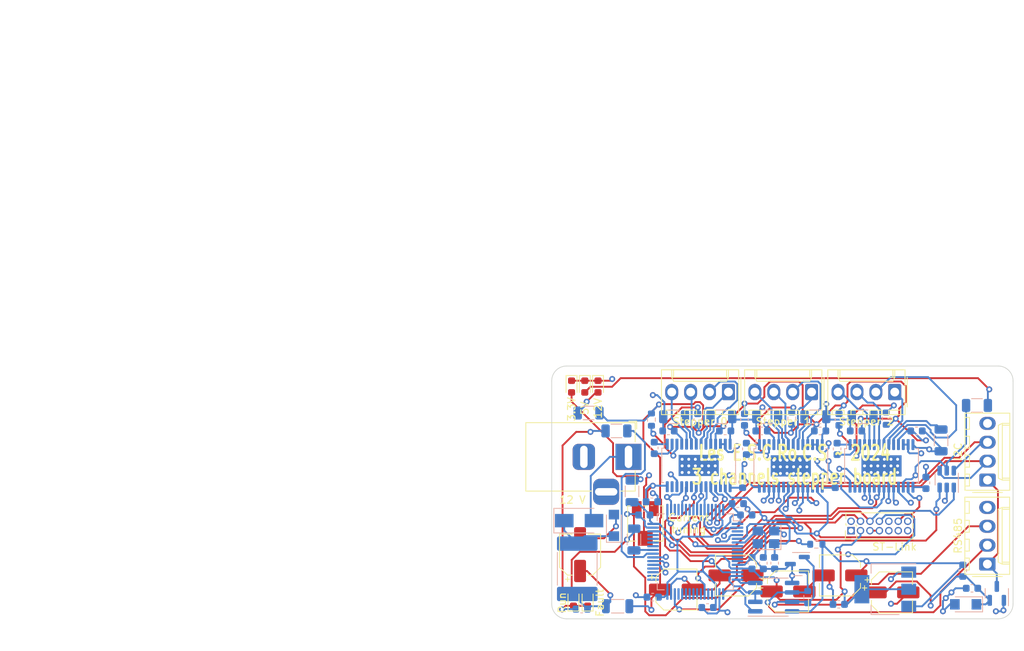
<source format=kicad_pcb>
(kicad_pcb (version 20211014) (generator pcbnew)
  (layers (0 "F.Cu" signal) (1 "In1.Cu" signal) (2 "In2.Cu" signal) (31 "B.Cu" signal) (34 "B.Paste" user) (35 "F.Paste" user) (36 "B.SilkS" user "B.Silkscreen") (37 "F.SilkS" user "F.Silkscreen") (38 "B.Mask" user) (39 "F.Mask" user) (44 "Edge.Cuts" user))
  (net 0 "")
  (net 1 "/XTAL1")
  (net 2 "GND")
  (net 3 "/XTAL2")
  (net 4 "+5V")
  (net 5 "+12V")
  (net 6 "Net-(C7-Pad1)")
  (net 7 "Net-(C7-Pad2)")
  (net 8 "Net-(C8-Pad1)")
  (net 9 "Net-(C13-Pad1)")
  (net 10 "Net-(C13-Pad2)")
  (net 11 "Net-(C14-Pad1)")
  (net 12 "Net-(C19-Pad1)")
  (net 13 "Net-(C19-Pad2)")
  (net 14 "Net-(C20-Pad1)")
  (net 15 "Net-(D1-Pad2)")
  (net 16 "Net-(D2-Pad2)")
  (net 17 "Net-(D3-Pad2)")
  (net 18 "Net-(D4-Pad2)")
  (net 19 "Net-(C3-Pad1)")
  (net 20 "Net-(C5-Pad1)")
  (net 21 "+3V3")
  (net 22 "/RST")
  (net 23 "/I2C_SDA")
  (net 24 "/I2C_SCL")
  (net 25 "Net-(C29-Pad1)")
  (net 26 "Net-(D5-Pad1)")
  (net 27 "Net-(J5-Pad1)")
  (net 28 "Net-(J5-Pad2)")
  (net 29 "Net-(J5-Pad3)")
  (net 30 "Net-(J5-Pad4)")
  (net 31 "Net-(J6-Pad1)")
  (net 32 "Net-(J6-Pad2)")
  (net 33 "Net-(J6-Pad3)")
  (net 34 "Net-(J6-Pad4)")
  (net 35 "Net-(J7-Pad1)")
  (net 36 "Net-(J7-Pad2)")
  (net 37 "Net-(J7-Pad3)")
  (net 38 "Net-(J7-Pad4)")
  (net 39 "/UART_TXD")
  (net 40 "/UART_RXD")
  (net 41 "/FAULT_ST")
  (net 42 "/STATUS")
  (net 43 "Net-(R10-Pad1)")
  (net 44 "Net-(R11-Pad1)")
  (net 45 "Net-(R13-Pad1)")
  (net 46 "Net-(R14-Pad1)")
  (net 47 "Net-(R16-Pad1)")
  (net 48 "Net-(R17-Pad1)")
  (net 49 "Net-(R18-Pad2)")
  (net 50 "/Stepper module/VREF")
  (net 51 "/RS485_TXE")
  (net 52 "/MODE0")
  (net 53 "/MODE1")
  (net 54 "Net-(D5-Pad2)")
  (net 55 "Net-(D8-Pad2)")
  (net 56 "/RS485_A")
  (net 57 "/DECAY")
  (net 58 "/STEP0")
  (net 59 "/FAULT")
  (net 60 "/MODE2")
  (net 62 "/RS485_B")
  (net 63 "/DIR0")
  (net 64 "/DIR1")
  (net 65 "/DIR2")
  (net 66 "/STEP_EN")
  (net 67 "/STEP1")
  (net 68 "/STEP2")
  (net 75 "/SWCLK")
  (net 76 "/SWDIO")
  (net 77 "/RAW_5V")
  (net 97 "Net-(C12-Pad1)")
  (net 98 "Net-(C18-Pad1)")
  (net 99 "Net-(C24-Pad1)")
  (net 108 "/SWO")
  (footprint "LED_SMD:LED_0603_1608Metric" (layer "F.Cu") (at 136.017 81.915 -90)
    (fp_text reference "D3" hide)
    (fp_text value "5V")
  )
  (footprint "LED_SMD:LED_0603_1608Metric" (layer "F.Cu") (at 136.398 110.617 90)
    (fp_text reference "D1" hide)
    (fp_text value "Fault")
  )
  (footprint "Connector_Molex:Molex_KK-254_AE-6410-04A_1x04_P2.54mm_Vertical" (layer "F.Cu") (at 166.497 82.657 180)
    (fp_text reference "J6" hide)
    (fp_text value "Stepper")
  )
  (footprint "Capacitor_SMD:CP_Elec_5x5.4" (layer "F.Cu") (at 135.382 104.521 90)
    (fp_text reference "C5" hide)
    (fp_text value "10u")
  )
  (footprint "Capacitor_SMD:CP_Elec_5x5.4" (layer "F.Cu") (at 170.307 107.315 180)
    (fp_text reference "C31" hide)
    (fp_text value "10u")
  )
  (footprint "Connector_Molex:Molex_KK-254_AE-6410-04A_1x04_P2.54mm_Vertical" (layer "F.Cu") (at 190.119 105.791 90)
    (fp_text reference "J4" hide)
    (fp_text value "RS485")
  )
  (footprint "MountingHole:MountingHole_2.2mm_M2" (layer "F.Cu") (at 141.572 84.153)
    (fp_text reference "REF**" hide)
    (fp_text value "MountingHole_2.2mm_M2" hide)
  )
  (footprint "Potentiometer_SMD:Potentiometer_Bourns_3314J_Vertical" (layer "F.Cu") (at 144.145 100.33)
    (fp_text reference "RV1" hide)
    (fp_text value "4.7k")
  )
  (footprint "LED_SMD:LED_0603_1608Metric" (layer "F.Cu") (at 134.239 81.915 -90)
    (fp_text reference "D4" hide)
    (fp_text value "3V3")
  )
  (footprint "MountingHole:MountingHole_2.2mm_M2" (layer "F.Cu") (at 183.572 84.153)
    (fp_text reference "REF**" hide)
    (fp_text value "MountingHole_2.2mm_M2" hide)
  )
  (footprint "Capacitor_SMD:CP_Elec_5x5.4" (layer "F.Cu") (at 177.292 109.601)
    (fp_text reference "C3" hide)
    (fp_text value "10u")
  )
  (footprint "MountingHole:MountingHole_2.2mm_M2" (layer "F.Cu") (at 141.572 107.153)
    (fp_text reference "REF**" hide)
    (fp_text value "MountingHole_2.2mm_M2" hide)
  )
  (footprint "Capacitor_SMD:CP_Elec_5x5.4" (layer "F.Cu") (at 163.322 109.474)
    (fp_text reference "C32" hide)
    (fp_text value "10u")
  )
  (footprint "Connector_Molex:Molex_KK-254_AE-6410-04A_1x04_P2.54mm_Vertical" (layer "F.Cu") (at 190.139 94.488 90)
    (fp_text reference "J3" hide)
    (fp_text value "I2C")
  )
  (footprint "LED_SMD:LED_0603_1608Metric" (layer "F.Cu") (at 137.795 81.915 -90)
    (fp_text reference "D8" hide)
    (fp_text value "12V")
  )
  (footprint "Connector_Molex:Molex_KK-254_AE-6410-04A_1x04_P2.54mm_Vertical" (layer "F.Cu") (at 177.673 82.657 180)
    (fp_text reference "J7" hide)
    (fp_text value "Stepper")
  )
  (footprint "Connector_Molex:Molex_KK-254_AE-6410-04A_1x04_P2.54mm_Vertical" (layer "F.Cu") (at 155.321 82.657 180)
    (fp_text reference "J5" hide)
    (fp_text value "Stepper")
  )
  (footprint "Capacitor_SMD:CP_Elec_5x5.4" (layer "F.Cu") (at 156.337 107.315 180)
    (fp_text reference "C29" hide)
    (fp_text value "4.7u")
  )
  (footprint "Connector_BarrelJack:BarrelJack_Horizontal" (layer "F.Cu") (at 141.89 91.3715)
    (fp_text reference "J2" hide)
    (fp_text value "12V")
  )
  (footprint "Capacitor_SMD:CP_Elec_5x5.4" (layer "F.Cu") (at 148.336 109.22)
    (fp_text reference "C30" hide)
    (fp_text value "100u")
  )
  (footprint "Connector_PinHeader_1.27mm:PinHeader_2x07_P1.27mm_Vertical" (layer "F.Cu") (at 171.798 101.298 90)
    (fp_text reference "J1" hide)
    (fp_text value "Conn_ST_STDC14")
  )
  (footprint "MountingHole:MountingHole_2.2mm_M2" (layer "F.Cu") (at 183.572 107.153)
    (fp_text reference "REF**" hide)
    (fp_text value "MountingHole_2.2mm_M2" hide)
  )
  (footprint "LED_SMD:LED_0603_1608Metric" (layer "F.Cu") (at 134.493 110.617 90)
    (fp_text reference "D2" hide)
    (fp_text value "ST")
  )
  (footprint "Capacitor_SMD:C_0603_1608Metric" (layer "B.Cu") (at 145.148 110.236 180)
    (fp_text reference "C25" hide)
    (fp_text value "100n")
  )
  (footprint "Capacitor_SMD:C_0603_1608Metric" (layer "B.Cu") (at 154.8785 87.884)
    (fp_text reference "C10" hide)
    (fp_text value "100n")
  )
  (footprint "Package_QFP:LQFP-64_10x10mm_P0.5mm" (layer "B.Cu") (at 150.863 104.14 180)
    (fp_text reference "U1" hide)
    (fp_text value "STM32F401RCTx")
  )
  (footprint "Capacitor_SMD:C_0603_1608Metric" (layer "B.Cu") (at 156.578 97.663)
    (fp_text reference "C23" hide)
    (fp_text value "100n")
  )
  (footprint "Resistor_SMD:R_1206_3216Metric" (layer "B.Cu") (at 142.621 102.489 90)
    (fp_text reference "R6" hide)
    (fp_text value "470")
  )
  (footprint "Inductor_SMD:L_0603_1608Metric" (layer "B.Cu") (at 186.817 106.68 90)
    (fp_text reference "FB2" hide)
    (fp_text value "GZ1608D601TF")
  )
  (footprint "Capacitor_SMD:C_0603_1608Metric" (layer "B.Cu") (at 157.721 99.187)
    (fp_text reference "C26" hide)
    (fp_text value "100n")
  )
  (footprint "Resistor_SMD:R_1206_3216Metric" (layer "B.Cu") (at 188.722 84.455)
    (fp_text reference "R7" hide)
    (fp_text value "470")
  )
  (footprint "Resistor_SMD:R_1206_3216Metric" (layer "B.Cu") (at 142.367 96.012 90)
    (fp_text reference "R8" hide)
    (fp_text value "470")
  )
  (footprint "Capacitor_SMD:C_0603_1608Metric" (layer "B.Cu") (at 161.531 105.664 -90)
    (fp_text reference "C1" hide)
    (fp_text value "22p")
  )
  (footprint "Capacitor_SMD:C_0603_1608Metric" (layer "B.Cu") (at 157.48 86.36 90)
    (fp_text reference "C14" hide)
    (fp_text value "100n")
  )
  (footprint "Diode_SMD:D_SMA" (layer "B.Cu") (at 135.255 99.949)
    (fp_text reference "D5" hide)
    (fp_text value "SS54")
  )
  (footprint "Capacitor_SMD:C_0603_1608Metric" (layer "B.Cu") (at 147.2585 87.884 180)
    (fp_text reference "C9" hide)
    (fp_text value "100n")
  )
  (footprint "Package_SO:SOIC-8_3.9x4.9mm_P1.27mm" (layer "B.Cu") (at 161.404 110.236)
    (fp_text reference "U2" hide)
    (fp_text value "MAX485E")
  )
  (footprint "Resistor_SMD:R_0603_1608Metric" (layer "B.Cu") (at 176.53 86.233 -90)
    (fp_text reference "R15" hide)
    (fp_text value "1M")
  )
  (footprint "Resistor_SMD:R_1206_3216Metric" (layer "B.Cu") (at 154.3705 85.979)
    (fp_text reference "R10" hide)
    (fp_text value "0.1")
  )
  (footprint "Capacitor_SMD:C_0603_1608Metric" (layer "B.Cu") (at 170.147 111.204 180)
    (fp_text reference "C33" hide)
    (fp_text value "100n")
  )
  (footprint "Resistor_SMD:R_1206_3216Metric" (layer "B.Cu") (at 160.528 85.979 180)
    (fp_text reference "R14" hide)
    (fp_text value "0.1")
  )
  (footprint "Capacitor_SMD:C_0603_1608Metric" (layer "B.Cu") (at 145.034 97.409 180)
    (fp_text reference "C11" hide)
    (fp_text value "100n")
  )
  (footprint "Package_SO:HTSSOP-28-1EP_4.4x9.7mm_P0.65mm_EP2.85x5.4mm" (layer "B.Cu") (at 151.3225 92.5245 -90)
    (fp_text reference "U3" hide)
    (fp_text value "DRV8825")
  )
  (footprint "Capacitor_SMD:C_0603_1608Metric" (layer "B.Cu") (at 135.603 111.839 180)
    (fp_text reference "C6" hide)
    (fp_text value "100n")
  )
  (footprint "Capacitor_SMD:C_0603_1608Metric" (layer "B.Cu") (at 180.594 87.884)
    (fp_text reference "C22" hide)
    (fp_text value "100n")
  )
  (footprint "Capacitor_SMD:C_0603_1608Metric" (layer "B.Cu") (at 159.766 87.884 180)
    (fp_text reference "C15" hide)
    (fp_text value "100n")
  )
  (footprint "Capacitor_SMD:C_0603_1608Metric" (layer "B.Cu") (at 145.3535 90.17 -90)
    (fp_text reference "C7" hide)
    (fp_text value "10n 50V")
  )
  (footprint "Capacitor_SMD:C_0603_1608Metric" (layer "B.Cu") (at 157.226 94.742 90)
    (fp_text reference "C18" hide)
    (fp_text value "0.47u")
  )
  (footprint "Resistor_SMD:R_1206_3216Metric" (layer "B.Cu") (at 183.896 89.154 -90)
    (fp_text reference "R16" hide)
    (fp_text value "0.1")
  )
  (footprint "Capacitor_SMD:C_0603_1608Metric" (layer "B.Cu") (at 169.672 94.742 90)
    (fp_text reference "C24" hide)
    (fp_text value "0.47u")
  )
  (footprint "Capacitor_SMD:C_0603_1608Metric" (layer "B.Cu") (at 152.514 111.633 180)
    (fp_text reference "C27" hide)
    (fp_text value "100n")
  )
  (footprint "Capacitor_SMD:C_0603_1608Metric" (layer "B.Cu") (at 172.466 87.884 180)
    (fp_text reference "C21" hide)
    (fp_text value "100n")
  )
  (footprint "Package_SO:HTSSOP-28-1EP_4.4x9.7mm_P0.65mm_EP2.85x5.4mm" (layer "B.Cu") (at 175.895 92.583 -90)
    (fp_text reference "U5" hide)
    (fp_text value "DRV8825")
  )
  (footprint "Inductor_SMD:L_1206_3216Metric" (layer "B.Cu") (at 140.429 111.458)
    (fp_text reference "FB1" hide)
    (fp_text value "BLM31PG330SZ1L")
  )
  (footprint "Diode_SMD:D_SMF" (layer "B.Cu") (at 139.93347 100.584 90)
    (fp_text reference "D6" hide)
    (fp_text value "SMF30A")
  )
  (footprint "Resistor_SMD:R_0603_1608Metric" (layer "B.Cu") (at 167.132 103.124 180)
    (fp_text reference "R18" hide)
    (fp_text value "10k")
  )
  (footprint "Resistor_SMD:R_0603_1608Metric" (layer "B.Cu") (at 144.9725 86.36 90)
    (fp_text reference "R9" hide)
    (fp_text value "1M")
  )
  (footprint "Crystal:Crystal_SMD_3225-4Pin_3.2x2.5mm" (layer "B.Cu") (at 160.368 102.187 180)
    (fp_text reference "Y1" hide)
    (fp_text value "25MHz")
  )
  (footprint "Diode_SMD:D_SMF" (layer "B.Cu") (at 187.198 111.204 180)
    (fp_text reference "D7" hide)
    (fp_text value "SMF30A")
  )
  (footprint "Capacitor_SMD:C_0603_1608Metric" (layer "B.Cu") (at 167.64 87.884)
    (fp_text reference "C16" hide)
    (fp_text value "100n")
  )
  (footprint "Capacitor_SMD:C_0603_1608Metric" (layer "B.Cu") (at 170.18 86.36 90)
    (fp_text reference "C20" hide)
    (fp_text value "100n")
  )
  (footprint "Package_TO_SOT_SMD:SOT-23-6" (layer "B.Cu") (at 184.658 94.361 90)
    (fp_text reference "U8" hide)
    (fp_text value "SRV05-4")
  )
  (footprint "Resistor_SMD:R_1206_3216Metric" (layer "B.Cu") (at 140.2695 87.884 180)
    (fp_text reference "R4" hide)
    (fp_text value "470")
  )
  (footprint "Package_TO_SOT_SMD:SOT-23" (layer "B.Cu") (at 164.579 105.791 180)
    (fp_text reference "D9" hide)
    (fp_text value "PSM712")
  )
  (footprint "Capacitor_SMD:C_0603_1608Metric" (layer "B.Cu") (at 158.483 105.664 90)
    (fp_text reference "C17" hide)
    (fp_text value "100n")
  )
  (footprint "Capacitor_SMD:C_0603_1608Metric" (layer "B.Cu") (at 160.007 105.664 -90)
    (fp_text reference "C2" hide)
    (fp_text value "22p")
  )
  (footprint "Resistor_SMD:R_1206_3216Metric" (layer "B.Cu") (at 136.525 85.471 180)
    (fp_text reference "R1" hide)
    (fp_text value "470")
  )
  (footprint "Capacitor_SMD:C_0603_1608Metric" (layer "B.Cu") (at 144.005 99.187 180)
    (fp_text reference "C28" hide)
    (fp_text value "100n")
  )
  (footprint "Package_TO_SOT_SMD:SOT-223-3_TabPin2" (layer "B.Cu") (at 176.403 109.172 180)
    (fp_text reference "U6" hide)
    (fp_text value "AMS1117-3.3")
  )
  (footprint "Capacitor_SMD:C_0603_1608Metric" (layer "B.Cu") (at 188.054 109.045 180)
    (fp_text reference "C4" hide)
    (fp_text value "100n")
  )
  (footprint "Resistor_SMD:R_1206_3216Metric" (layer "B.Cu") (at 167.005 85.979)
    (fp_text reference "R13" hide)
    (fp_text value "0.1")
  )
  (footprint "Capacitor_SMD:C_0603_1608Metric" (layer "B.Cu") (at 181.864 94.869 90)
    (fp_text reference "C12" hide)
    (fp_text value "0.47u")
  )
  (footprint "Capacitor_SMD:C_0603_1608Metric" (layer "B.Cu") (at 151.1955 86.36 -90)
    (fp_text reference "C8" hide)
    (fp_text value "100n")
  )
  (footprint "Resistor_SMD:R_0603_1608Metric" (layer "B.Cu") (at 163.83 86.233 -90)
    (fp_text reference "R12" hide)
    (fp_text value "1M")
  )
  (footprint "Capacitor_SMD:C_0603_1608Metric" (layer "B.Cu") (at 169.926 90.297 -90)
    (fp_text reference "C19" hide)
    (fp_text value "10n 50V")
  )
  (footprint "Resistor_SMD:R_1206_3216Metric" (layer "B.Cu") (at 173.355 85.979 180)
    (fp_text reference "R17" hide)
    (fp_text value "0.1")
  )
  (footprint "Capacitor_SMD:C_0603_1608Metric" (layer "B.Cu") (at 157.734 90.297 -90)
    (fp_text reference "C13" hide)
    (fp_text value "10n 50V")
  )
  (footprint "Resistor_SMD:R_0603_1608Metric" (layer "B.Cu") (at 165.976 110.236 90)
    (fp_text reference "R5" hide)
    (fp_text value "120R")
  )
  (footprint "Resistor_SMD:R_1206_3216Metric" (layer "B.Cu") (at 148.0205 85.979 180)
    (fp_text reference "R11" hide)
    (fp_text value "0.1")
  )
  (footprint "Package_SO:HTSSOP-28-1EP_4.4x9.7mm_P0.65mm_EP2.85x5.4mm" (layer "B.Cu") (at 163.703 92.583 -90)
    (fp_text reference "U4" hide)
    (fp_text value "DRV8825")
  )
  (footprint "Package_TO_SOT_SMD:SOT-23" (layer "B.Cu") (at 191.389 109.728 90)
    (fp_text reference "Q1" hide)
    (fp_text value "SI2301CDS-T1-GE3")
  )
  (footprint "Fuse:Fuse_2920_7451Metric" (layer "B.Cu") (at 135.001 106.426 90)
    (fp_text reference "F1" hide)
    (fp_text value "2920L700SLPR")
  )
  (gr_arc (start 131.572 81.153) (mid 132.157786 79.738786) (end 133.572 79.153) (layer "Edge.Cuts") (width 0.1))
  (gr_line (start 133.572 79.153) (end 191.572 79.153) (layer "Edge.Cuts") (width 0.1))
  (gr_arc (start 133.572 113.153) (mid 132.157786 112.567214) (end 131.572 111.153) (layer "Edge.Cuts") (width 0.1))
  (gr_line (start 131.572 81.153) (end 131.572 111.153) (layer "Edge.Cuts") (width 0.1))
  (gr_arc (start 193.572 111.153) (mid 192.986214 112.567214) (end 191.572 113.153) (layer "Edge.Cuts") (width 0.1))
  (gr_arc (start 191.572 79.153) (mid 192.986214 79.738786) (end 193.572 81.153) (layer "Edge.Cuts") (width 0.1))
  (gr_line (start 193.572 111.153) (end 193.572 81.153) (layer "Edge.Cuts") (width 0.1))
  (gr_line (start 191.572 113.153) (end 133.572 113.153) (layer "Edge.Cuts") (width 0.1))
  (gr_text "12V" (at 137.795 84.836 90) (layer "F.SilkS") (effects (font (size 1 1))))
  (gr_text "ST-Link" (at 177.64 103.457) (layer "F.SilkS") (effects (font (size 1 1))))
  (gr_text "Stepper 1" (at 162.687 86.614) (layer "F.SilkS") (effects (font (size 1 1))))
  (gr_text "Les E.S.C.Ro.C.S ~ 2024\n3 channels stepper board" (at 164.211 92.456) (layer "F.SilkS") (effects (font (size 2 1.4) (thickness 0.3))))
  (gr_text "12 V" (at 134.366 97.155) (layer "F.SilkS") (effects (font (size 1 1))))
  (gr_text "3.3V" (at 134.239 84.963 90) (layer "F.SilkS") (effects (font (size 1 1))))
  (gr_text "Stepper 0" (at 151.511 86.614) (layer "F.SilkS") (effects (font (size 1 1))))
  (gr_text "5V" (at 136.017 84.836 90) (layer "F.SilkS") (effects (font (size 1 1))))
  (gr_text "RS485" (at 186.182 101.981 90) (layer "F.SilkS") (effects (font (size 1 1))))
  (gr_text "Fault" (at 138.049 110.998 90) (layer "F.SilkS") (effects (font (size 1 1))))
  (gr_text "Current\ntuning" (at 149.987 100.33) (layer "F.SilkS") (effects (font (size 1 1))))
  (gr_text "Stepper 2" (at 173.863 86.614) (layer "F.SilkS") (effects (font (size 1 1))))
  (gr_text "I2C" (at 186.182 90.678 90) (layer "F.SilkS") (effects (font (size 1 1))))
  (gr_text "Run" (at 132.969 110.998 90) (layer "F.SilkS") (effects (font (size 1 1))))
  (segment (start 157.378685 102.39) (end 157.828 101.940685) (width 0.25) (layer "B.Cu") (net 1))
  (segment (start 163.074 103.037) (end 161.468 103.037) (width 0.25) (layer "B.Cu") (net 1))
  (segment (start 156.538 102.39) (end 157.378685 102.39) (width 0.25) (layer "B.Cu") (net 1))
  (segment (start 162.022 100.412) (end 162.025 100.409) (width 0.25) (layer "B.Cu") (net 1))
  (segment (start 163.162 100.409) (end 163.543 100.79) (width 0.25) (layer "B.Cu") (net 1))
  (segment (start 162.025 100.409) (end 163.162 100.409) (width 0.25) (layer "B.Cu") (net 1))
  (segment (start 163.543 100.79) (end 163.543 102.568) (width 0.25) (layer "B.Cu") (net 1))
  (segment (start 163.543 102.568) (end 163.074 103.037) (width 0.25) (layer "B.Cu") (net 1))
  (segment (start 161.531 104.889) (end 161.531 103.1) (width 0.25) (layer "B.Cu") (net 1))
  (segment (start 157.828 100.79) (end 158.206 100.412) (width 0.25) (layer "B.Cu") (net 1))
  (segment (start 157.828 101.940685) (end 157.828 100.79) (width 0.25) (layer "B.Cu") (net 1))
  (segment (start 158.206 100.412) (end 162.022 100.412) (width 0.25) (layer "B.Cu") (net 1))
  (segment (start 150.536 108.88) (end 149.4155 107.7595) (width 0.25) (layer "F.Cu") (net 2))
  (segment (start 136.398 111.4045) (end 134.493 111.4045) (width 0.25) (layer "F.Cu") (net 2))
  (segment (start 134.493 111.4045) (end 133.4515 111.4045) (width 0.25) (layer "F.Cu") (net 2))
  (segment (start 167.681 107.315) (end 165.522 109.474) (width 0.25) (layer "F.Cu") (net 2))
  (segment (start 137.795 81.1275) (end 139.4715 81.1275) (width 0.25) (layer "F.Cu") (net 2))
  (segment (start 145.151695 95.25) (end 144.436 95.965695) (width 0.25) (layer "F.Cu") (net 2))
  (segment (start 153.332 109.22) (end 154.137 108.415) (width 0.25) (layer "F.Cu") (net 2))
  (segment (start 168.91 108.118) (end 168.91 108.839) (width 0.25) (layer "F.Cu") (net 2))
  (segment (start 154.137 108.415) (end 154.137 107.315) (width 0.25) (layer "F.Cu") (net 2))
  (segment (start 139.4715 81.1275) (end 139.7 80.899) (width 0.25) (layer "F.Cu") (net 2))
  (segment (start 135.382 102.321) (end 138.598 102.321) (width 0.25) (layer "F.Cu") (net 2))
  (segment (start 175.608 101.298) (end 174.338 101.298) (width 0.25) (layer "F.Cu") (net 2))
  (segment (start 133.4515 111.4045) (end 132.969 111.887) (width 0.25) (layer "F.Cu") (net 2))
  (segment (start 145.161 95.25) (end 145.151695 95.25) (width 0.25) (layer "F.Cu") (net 2))
  (segment (start 168.107 107.315) (end 168.91 108.118) (width 0.25) (layer "F.Cu") (net 2))
  (segment (start 138.598 102.321) (end 140.208 100.711) (width 0.25) (layer "F.Cu") (net 2))
  (segment (start 179.492 109.601) (end 177.968 111.125) (width 0.25) (layer "F.Cu") (net 2))
  (segment (start 177.968 111.125) (end 177.165 111.125) (width 0.25) (layer "F.Cu") (net 2))
  (segment (start 134.239 81.1275) (end 136.017 81.1275) (width 0.25) (layer "F.Cu") (net 2))
  (segment (start 150.536 109.22) (end 153.332 109.22) (width 0.25) (layer "F.Cu") (net 2))
  (segment (start 144.436 95.965695) (end 144.436 97.471) (width 0.25) (layer "F.Cu") (net 2))
  (segment (start 136.017 81.1275) (end 137.795 81.1275) (width 0.25) (layer "F.Cu") (net 2))
  (segment (start 144.436 97.471) (end 145.295 98.33) (width 0.25) (layer "F.Cu") (net 2))
  (via (at 140.208 100.711) (size 0.8) (drill 0.4) (layers "F.Cu" "B.Cu") (net 2))
  (via (at 163.195 92.71) (size 0.8) (drill 0.4) (layers "F.Cu" "B.Cu") (net 2))
  (via (at 149.987 91.694) (size 0.8) (drill 0.4) (layers "F.Cu" "B.Cu") (net 2))
  (via (at 178.054 93.472) (size 0.8) (drill 0.4) (layers "F.Cu" "B.Cu") (net 2))
  (via (at 177.165 91.694) (size 0.8) (drill 0.4) (layers "F.Cu" "B.Cu") (net 2))
  (via (at 149.4155 107.7595) (size 0.8) (drill 0.4) (layers "F.Cu" "B.Cu") (net 2))
  (via (at 163.195 91.821) (size 0.8) (drill 0.4) (layers "F.Cu" "B.Cu") (net 2))
  (via (at 168.91 108.839) (size 0.8) (drill 0.4) (layers "F.Cu" "B.Cu") (net 2))
  (via (at 163.195 93.599) (size 0.8) (drill 0.4) (layers "F.Cu" "B.Cu") (net 2))
  (via (at 153.543 91.694) (size 0.8) (drill 0.4) (layers "F.Cu" "B.Cu") (net 2))
  (via (at 174.498 92.583) (size 0.8) (drill 0.4) (layers "F.Cu" "B.Cu") (net 2))
  (via (at 174.498 91.694) (size 0.8) (drill 0.4) (layers "F.Cu" "B.Cu") (net 2))
  (via (at 184.531 110.363) (size 0.8) (drill 0.4) (layers "F.Cu" "B.Cu") (net 2))
  (via (at 153.543 93.472) (size 0.8) (drill 0.4) (layers "F.Cu" "B.Cu") (net 2))
  (via (at 149.987 92.583) (size 0.8) (drill 0.4) (layers "F.Cu" "B.Cu") (net 2))
  (via (at 177.165 107.823) (size 0.8) (drill 0.4) (layers "F.Cu" "B.Cu") (net 2))
  (via (at 176.276 91.694) (size 0.8) (drill 0.4) (layers "F.Cu" "B.Cu") (net 2))
  (via (at 164.084 93.599) (size 0.8) (drill 0.4) (layers "F.Cu" "B.Cu") (net 2))
  (via (at 168.4655 84.2645) (size 0.8) (drill 0.4) (layers "F.Cu" "B.Cu") (net 2))
  (via (at 149.098 93.472) (size 0.8) (drill 0.4) (layers "F.Cu" "B.Cu") (net 2))
  (via (at 151.765 91.694) (size 0.8) (drill 0.4) (layers "F.Cu" "B.Cu") (net 2))
  (via (at 174.498 93.472) (size 0.8) (drill 0.4) (layers "F.Cu" "B.Cu") (net 2))
  (via (at 152.654 91.694) (size 0.8) (drill 0.4) (layers "F.Cu" "B.Cu") (net 2))
  (via (at 153.543 92.583) (size 0.8) (drill 0.4) (layers "F.Cu" "B.Cu") (net 2))
  (via (at 162.306 92.71) (size 0.8) (drill 0.4) (layers "F.Cu" "B.Cu") (net 2))
  (via (at 155.194 112.268) (size 0.8) (drill 0.4) (layers "F.Cu" "B.Cu") (net 2))
  (via (at 149.987 93.472) (size 0.8) (drill 0.4) (layers "F.Cu" "B.Cu") (net 2))
  (via (at 168.783 91.948) (size 0.8) (drill 0.4) (layers "F.Cu" "B.Cu") (net 2))
  (via (at 181.864 92.71) (size 0.8) (drill 0.4) (layers "F.Cu" "B.Cu") (net 2))
  (via (at 165.862 92.71) (size 0.8) (drill 0.4) (layers "F.Cu" "B.Cu") (net 2))
  (via (at 145.161 83.058) (size 0.8) (drill 0.4) (layers "F.Cu" "B.Cu") (net 2))
  (via (at 145.161 95.25) (size 0.8) (drill 0.4) (layers "F.Cu" "B.Cu") (net 2))
  (via (at 150.876 92.583) (size 0.8) (drill 0.4) (layers "F.Cu" "B.Cu") (net 2))
  (via (at 152.654 92.583) (size 0.8) (drill 0.4) (layers "F.Cu" "B.Cu") (net 2))
  (via (at 178.054 91.694) (size 0.8) (drill 0.4) (layers "F.Cu" "B.Cu") (net 2))
  (via (at 175.387 92.583) (size 0.8) (drill 0.4) (layers "F.Cu" "B.Cu") (net 2))
  (via (at 177.165 92.583) (size 0.8) (drill 0.4) (layers "F.Cu" "B.Cu") (net 2))
  (via (at 152.654 93.472) (size 0.8) (drill 0.4) (layers "F.Cu" "B.Cu") (net 2))
  (via (at 184.15 112.141) (size 0.8) (drill 0.4) (layers "F.Cu" "B.Cu") (net 2))
  (via (at 177.165 93.472) (size 0.8) (drill 0.4) (layers "F.Cu" "B.Cu") (net 2))
  (via (at 164.084 91.821) (size 0.8) (drill 0.4) (layers "F.Cu" "B.Cu") (net 2))
  (via (at 164.084 92.71) (size 0.8) (drill 0.4) (layers "F.Cu" "B.Cu") (net 2))
  (via (at 149.098 91.694) (size 0.8) (drill 0.4) (layers "F.Cu" "B.Cu") (net 2))
  (via (at 161.417 92.71) (size 0.8) (drill 0.4) (layers "F.Cu" "B.Cu") (net 2))
  (via (at 177.165 111.125) (size 0.8) (drill 0.4) (layers "F.Cu" "B.Cu") (net 2))
  (via (at 178.054 92.583) (size 0.8) (drill 0.4) (layers "F.Cu" "B.Cu") (net 2))
  (via (at 157.48 92.329) (size 0.8) (drill 0.4) (layers "F.Cu" "B.Cu") (net 2))
  (via (at 176.276 92.583) (size 0.8) (drill 0.4) (layers "F.Cu" "B.Cu") (net 2))
  (via (at 150.876 91.694) (size 0.8) (drill 0.4) (layers "F.Cu" "B.Cu") (net 2))
  (via (at 185.293 109.601) (size 0.8) (drill 0.4) (layers "F.Cu" "B.Cu") (net 2))
  (via (at 162.306 93.599) (size 0.8) (drill 0.4) (layers "F.Cu" "B.Cu") (net 2))
  (via (at 150.876 93.472) (size 0.8) (drill 0.4) (layers "F.Cu" "B.Cu") (net 2))
  (via (at 162.781 101.806) (size 0.8) (drill 0.4) (layers "F.Cu" "B.Cu") (net 2))
  (via (at 157.894243 98.403939) (size 0.8) (drill 0.4) (layers "F.Cu" "B.Cu") (net 2))
  (via (at 149.098 92.583) (size 0.8) (drill 0.4) (layers "F.Cu" "B.Cu") (net 2))
  (via (at 176.276 93.472) (size 0.8) (drill 0.4) (layers "F.Cu" "B.Cu") (net 2))
  (via (at 162.306 91.821) (size 0.8) (drill 0.4) (layers "F.Cu" "B.Cu") (net 2))
  (via (at 151.765 92.583) (size 0.8) (drill 0.4) (layers "F.Cu" "B.Cu") (net 2))
  (via (at 175.387 91.694) (size 0.8) (drill 0.4) (layers "F.Cu" "B.Cu") (net 2))
  (via (at 161.417 91.821) (size 0.8) (drill 0.4) (layers "F.Cu" "B.Cu") (net 2))
  (via (at 173.609 93.472) (size 0.8) (drill 0.4) (layers "F.Cu" "B.Cu") (net 2))
  (via (at 175.387 93.472) (size 0.8) (drill 0.4) (layers "F.Cu" "B.Cu") (net 2))
  (via (at 164.973 91.821) (size 0.8) (drill 0.4) (layers "F.Cu" "B.Cu") (net 2))
  (via (at 161.417 93.599) (size 0.8) (drill 0.4) (layers "F.Cu" "B.Cu") (net 2))
  (via (at 192.278 112.014) (size 0.8) (drill 0.4) (layers "F.Cu" "B.Cu") (net 2))
  (via (at 182.3085 90.3605) (size 0.8) (drill 0.4) (layers "F.Cu" "B.Cu") (net 2))
  (via (at 153.313179 101.125084) (size 0.8) (drill 0.4) (layers "F.Cu" "B.Cu") (net 2))
  (via (at 163.879 107.364) (size 0.8) (drill 0.4) (layers "F.Cu" "B.Cu") (net 2))
  (via (at 139.7 80.899) (size 0.8) (drill 0.4) (layers "F.Cu" "B.Cu") (net 2))
  (via (at 132.969 111.887) (size 0.8) (drill 0.4) (layers "F.Cu" "B.Cu") (net 2))
  (via (at 159.893 84.709) (size 0.8) (drill 0.4) (layers "F.Cu" "B.Cu") (net 2))
  (via (at 165.862 91.821) (size 0.8) (drill 0.4) (layers "F.Cu" "B.Cu") (net 2))
  (via (at 165.862 93.599) (size 0.8) (drill 0.4) (layers "F.Cu" "B.Cu") (net 2))
  (via (at 164.973 92.71) (size 0.8) (drill 0.4) (layers "F.Cu" "B.Cu") (net 2))
  (via (at 191.262 112.141) (size 0.8) (drill 0.4) (layers "F.Cu" "B.Cu") (net 2))
  (via (at 173.609 92.583) (size 0.8) (drill 0.4) (layers "F.Cu" "B.Cu") (net 2))
  (via (at 151.765 93.472) (size 0.8) (drill 0.4) (layers "F.Cu" "B.Cu") (net 2))
  (via (at 141.6945 99.06) (size 0.8) (drill 0.4) (layers "F.Cu" "B.Cu") (net 2))
  (via (at 184.404 97.282) (size 0.8) (drill 0.4) (layers "F.Cu" "B.Cu") (net 2))
  (via (at 142.875 109.982) (size 0.8) (drill 0.4) (layers "F.Cu" "B.Cu") (net 2))
  (via (at 173.609 91.694) (size 0.8) (drill 0.4) (layers "F.Cu" "B.Cu") (net 2))
  (via (at 164.973 93.599) (size 0.8) (drill 0.4) (layers "F.Cu" "B.Cu") (net 2))
  (segment (start 169.372 109.301) (end 168.91 108.839) (width 0.25) (layer "B.Cu") (net 2))
  (segment (start 163.879 106.0285) (end 163.6415 105.791) (width 0.25) (layer "B.Cu") (net 2))
  (segment (start 159.268 104.104) (end 158.483 104.889) (width 0.25) (layer "B.Cu") (net 2))
  (segment (start 154.113 112.061817) (end 153.741817 112.433) (width 0.25) (layer "B.Cu") (net 2))
  (segment (start 184.531 110.363) (end 185.293 109.601) (width 0.25) (layer "B.Cu") (net 2))
  (segment (start 171.691 87.884) (end 171.691 86.1805) (width 0.25) (layer "B.Cu") (net 2))
  (segment (start 168.4675 84.2665) (end 168.4655 84.2645) (width 0.25) (layer "B.Cu") (net 2))
  (segment (start 152.069715 99.84897) (end 152.613 99.305685) (width 0.25) (layer "B.Cu") (net 2))
  (segment (start 154.517914 100.548543) (end 154.517914 99.947933) (width 0.25) (layer "B.Cu") (net 2))
  (segment (start 157.894243 98.585243) (end 158.75 99.441) (width 0.25) (layer "B.Cu") (net 2))
  (segment (start 157.482 105.89) (end 158.483 104.889) (width 0.25) (layer "B.Cu") (net 2))
  (segment (start 147.0975 95.387) (end 146.9605 95.25) (width 0.25) (layer "B.Cu") (net 2))
  (segment (start 154.093219 100.973238) (end 154.517914 100.548543) (width 0.25) (layer "B.Cu") (net 2))
  (segment (start 153.465025 100.973238) (end 154.093219 100.973238) (width 0.25) (layer "B.Cu") (net 2))
  (segment (start 168.783 93.078) (end 169.672 93.967) (width 0.25) (layer "B.Cu") (net 2))
  (segment (start 153.313179 101.125084) (end 153.110304 100.922209) (width 0.25) (layer "B.Cu") (net 2))
  (segment (start 178.116 106.872) (end 177.165 107.823) (width 0.25) (layer "B.Cu") (net 2))
  (segment (start 153.741817 112.433) (end 152.539 112.433) (width 0.25) (layer "B.Cu") (net 2))
  (segment (start 185.087 111.204) (end 184.15 112.141) (width 0.25) (layer "B.Cu") (net 2))
  (segment (start 158.6845 86.36) (end 156.214 86.36) (width 0.25) (layer "B.Cu") (net 2))
  (segment (start 144.373 110.236) (end 143.129 110.236) (width 0.25) (layer "B.Cu") (net 2))
  (segment (start 171.056 93.967) (end 169.672 93.967) (width 0.25) (layer "B.Cu") (net 2))
  (segment (start 157.894243 98.204243) (end 157.353 97.663) (width 0.25) (layer "B.Cu") (net 2))
  (segment (start 162.9935 106.439) (end 163.6415 105.791) (width 0.25) (layer "B.Cu") (net 2))
  (segment (start 155.5475 89.662) (end 155.5475 87.99) (width 0.25) (layer "B.Cu") (net 2))
  (segment (start 161.468 101.337) (end 162.312 101.337) (width 0.25) (layer "B.Cu") (net 2))
  (segment (start 140.208 100.711) (end 140.208 99.40853) (width 0.25) (layer "B.Cu") (net 2))
  (segment (start 159.0655 85.979) (end 159.0655 87.8095) (width 0.25) (layer "B.Cu") (net 2))
  (segment (start 184.15 112.141) (end 184.15 110.744) (width 0.25) (layer "B.Cu") (net 2))
  (segment (start 159.478 95.4455) (end 158.7045 95.4455) (width 0.25) (layer "B.Cu") (net 2))
  (segment (start 157.226 93.967) (end 157.226 92.583) (width 0.25) (layer "B.Cu") (net 2))
  (segment (start 192.278 112.014) (end 192.278 110.7265) (width 0.25) (layer "B.Cu") (net 2))
  (segment (start 168.4675 85.979) (end 168.4675 84.2665) (width 0.25) (layer "B.Cu") (net 2))
  (segment (start 184.15 110.744) (end 184.531 110.363) (width 0.25) (layer "B.Cu") (net 2))
  (segment (start 156.538 105.89) (end 157.482 105.89) (width 0.25) (layer "B.Cu") (net 2))
  (segment (start 163.879 107.364) (end 163.879 108.331) (width 0.25) (layer "B.Cu") (net 2))
  (segment (start 144.259 95.771) (end 144.259 97.409) (width 0.25) (layer "B.Cu") (net 2))
  (segment (start 134.828 111.839) (end 133.017 111.839) (width 0.25) (layer "B.Cu") (net 2))
  (segment (start 168.415 87.884) (end 168.415 86.0315) (width 0.25) (layer "B.Cu") (net 2))
  (segment (start 146.7135 84.027695) (end 145.743805 83.058) (width 0.25) (layer "B.Cu") (net 2))
  (segment (start 180.5695 90.17) (end 182.118 90.17) (width 0.25) (layer "B.Cu") (net 2))
  (segment (start 154.517914 99.947933) (end 154.113 99.543019) (width 0.25) (layer "B.Cu") (net 2))
  (segment (start 152.613 99.305685) (end 152.613 98.465) (width 0.25) (layer "B.Cu") (net 2))
  (segment (start 147.613 109.815) (end 147.613 108.546) (width 0.25) (layer "B.Cu") (net 2))
  (segment (start 157.226 92.583) (end 157.48 92.329) (width 0.25) (layer "B.Cu") (net 2))
  (segment (start 157.894243 98.403939) (end 157.894243 98.204243) (width 0.25) (layer "B.Cu") (net 2))
  (segment (start 152.539 112.433) (end 151.739 111.633) (width 0.25) (layer "B.Cu") (net 2))
  (segment (start 146.558 85.979) (end 146.558 87.8095) (width 0.25) (layer "B.Cu") (net 2))
  (segment (start 158.7045 95.4455) (end 157.226 93.967) (width 0.25) (layer "B.Cu") (net 2))
  (segment (start 162.312 101.337) (end 162.781 101.806) (width 0.25) (layer "B.Cu") (net 2))
  (segment (start 159.0655 85.5365) (end 159.893 84.709) (width 0.25) (layer "B.Cu") (net 2))
  (segment (start 143.129 110.236) (end 142.875 109.982) (width 0.25) (layer "B.Cu") (net 2))
  (segment (start 155.833 85.979) (end 155.833 87.7045) (width 0.25) (layer "B.Cu") (net 2))
  (segment (start 171.67 94.581) (end 171.056 93.967) (width 0.25) (layer "B.Cu") (net 2))
  (segment (start 179.553 106.872) (end 178.116 106.872) (width 0.25) (layer "B.Cu") (net 2))
  (segment (start 168.783 91.948) (end 168.783 93.078) (width 0.25) (layer "B.Cu") (net 2))
  (segment (start 152.49441 100.922209) (end 152.069715 100.497514) (width 0.25) (layer "B.Cu") (net 2))
  (segment (start 145.743805 83.058) (end 145.161 83.058) (width 0.25) (layer "B.Cu") (net 2))
  (segment (start 191.262 112.141) (end 192.151 112.141) (width 0.25) (layer "B.Cu") (net 2))
  (segment (start 169.372 111.204) (end 169.372 109.301) (width 0.25) (layer "B.Cu") (net 2))
  (segment (start 144.347315 100.89) (end 144.088 100.630685) (width 0.25) (layer "B.Cu") (net 2))
  (segment (start 184.658 95.4985) (end 184.658 97.028) (width 0.25) (layer "B.Cu") (net 2))
  (segment (start 147.613 108.546) (end 148.3995 107.7595) (width 0.25) (layer "B.Cu") (net 2))
  (segment (start 183.896 90.6165) (end 183.896 90.160695) (width 0.25) (layer "B.Cu") (net 2))
  (segment (start 144.088 100.019) (end 143.256 99.187) (width 0.25) (layer "B.Cu") (net 2))
  (segment (start 141.6945 99.06) (end 143.103 99.06) (width 0.25) (layer "B.Cu") (net 2))
  (segment (start 153.313179 101.125084) (end 153.465025 100.973238) (width 0.25) (layer "B.Cu") (net 2))
  (segment (start 159.268 103.037) (end 159.268 104.104) (width 0.25) (layer "B.Cu") (net 2))
  (segment (start 171.67 95.4455) (end 171.67 94.581) (width 0.25) (layer "B.Cu") (net 2))
  (segment (start 154.113 112.061817) (end 154.987817 112.061817) (width 0.25) (layer "B.Cu") (net 2))
  (segment (start 161.531 106.439) (end 162.9935 106.439) (width 0.25) (layer "B.Cu") (net 2))
  (segment (start 152.069715 100.497514) (end 152.069715 99.84897) (width 0.25) (layer "B.Cu") (net 2))
  (segment (start 146.7135 85.8235) (end 146.7135 84.027695) (width 0.25) (layer "B.Cu") (net 2))
  (segment (start 157.894243 98.403939) (end 157.894243 98.585243) (width 0.25) (layer "B.Cu") (net 2))
  (segment (start 145.161 95.25) (end 144.78 95.25) (width 0.25) (layer "B.Cu") (net 2))
  (segment (start 184.658 97.028) (end 184.404 97.282) (width 0.25) (layer "B.Cu") (net 2))
  (segment (start 182.3085 90.3605) (end 182.118 90.17) (width 0.25) (layer "B.Cu") (net 2))
  (segment (start 171.5115 86.36) (end 168.8485 86.36) (width 0.25) (layer "B.Cu") (net 2))
  (segment (start 144.78 95.25) (end 144.259 95.771) (width 0.25) (layer "B.Cu") (net 2))
  (segment (start 163.879 108.331) (end 163.879 106.0285) (width 0.25) (layer "B.Cu") (net 2))
  (segment (start 158.483 104.915) (end 160.007 106.439) (width 0.25) (layer "B.Cu") (net 2))
  (segment (start 154.113 109.815) (end 154.113 112.061817) (width 0.25) (layer "B.Cu") (net 2))
  (segment (start 133.017 111.839) (end 132.969 111.887) (width 0.25) (layer "B.Cu") (net 2))
  (segment (start 182.5645 90.6165) (end 182.3085 90.3605) (width 0.25) (layer "B.Cu") (net 2))
  (segment (start 167.928 88.371) (end 168.415 87.884) (width 0.25) (layer "B.Cu") (net 2))
  (segment (start 145.188 100.89) (end 144.347315 100.89) (width 0.25) (layer "B.Cu") (net 2))
  (segment (start 154.113 99.543019) (end 154.113 98.465) (width 0.25) (layer "B.Cu") (net 2))
  (segment (start 160.007 106.439) (end 161.531 106.439) (width 0.25) (layer "B.Cu") (net 2))
  (segment (start 183.896 90.6165) (end 182.5645 90.6165) (width 0.25) (layer "B.Cu") (net 2))
  (segment (start 180.12 89.7205) (end 180.5695 90.17) (width 0.25) (layer "B.Cu") (net 2))
  (segment (start 185.849 109.045) (end 185.293 109.601) (width 0.25) (layer "B.Cu") (net 2))
  (segment (start 192.151 112.141) (end 192.278 112.014) (width 0.25) (layer "B.Cu") (net 2))
  (segment (start 146.9605 95.25) (end 145.161 95.25) (width 0.25) (layer "B.Cu") (net 2))
  (segment (start 181.864 94.094) (end 181.864 92.71) (width 0.25) (layer "B.Cu") (net 2))
  (segment (start 183.896 90.160695) (end 181.619305 87.884) (width 0.25) (layer "B.Cu") (net 2))
  (segment (start 148.3995 107.7595) (end 149.4155 107.7595) (width 0.25) (layer "B.Cu") (net 2))
  (segment (start 153.110304 100.922209) (end 152.49441 100.922209) (width 0.25) (layer "B.Cu") (net 2))
  (segment (start 185.748 111.204) (end 185.087 111.204) (width 0.25) (layer "B.Cu") (net 2))
  (segment (start 167.928 89.7205) (end 167.928 88.371) (width 0.25) (layer "B.Cu") (net 2))
  (segment (start 187.279 109.045) (end 185.849 109.045) (width 0.25) (layer "B.Cu") (net 2))
  (segment (start 154.987817 112.061817) (end 155.194 112.268) (width 0.25) (layer "B.Cu") (net 2))
  (segment (start 144.088 100.630685) (end 144.088 100.019) (width 0.25) (layer "B.Cu") (net 2))
  (segment (start 159.068081 101.337) (end 157.515081 102.89) (width 0.25) (layer "B.Cu") (net 3))
  (segment (start 159.899 101.337) (end 159.268 101.337) (width 0.25) (layer "B.Cu") (net 3))
  (segment (start 157.515081 102.89) (end 156.538 102.89) (width 0.25) (layer "B.Cu") (net 3))
  (segment (start 160.293 104.603) (end 160.293 101.731) (width 0.25) (layer "B.Cu") (net 3))
  (segment (start 160.293 101.731) (end 159.899 101.337) (width 0.25) (layer "B.Cu") (net 3))
  (segment (start 173.863 105.41) (end 173.863 105.959) (width 0.25) (layer "F.Cu") (net 4))
  (segment (start 173.863 105.959) (end 172.507 107.315) (width 0.25) (layer "F.Cu") (net 4))
  (via (at 180.467 93.853) (size 0.8) (drill 0.4) (layers "F.Cu" "B.Cu") (net 4))
  (via (at 173.863 105.41) (size 0.8) (drill 0.4) (layers "F.Cu" "B.Cu") (net 4))
  (via (at 167.894 93.98) (size 0.8) (drill 0.4) (layers "F.Cu" "B.Cu") (net 4))
  (via (at 155.448 93.853) (size 0.8) (drill 0.4) (layers "F.Cu" "B.Cu") (net 4))
  (segment (start 178.82 94.756959) (end 178.82 95.4455) (width 0.25) (layer "B.Cu") (net 4))
  (segment (start 179.553 111.472) (end 181.338967 111.472) (width 0.25) (layer "B.Cu") (net 4))
  (segment (start 174.130999 105.677999) (end 173.863 105.41) (width 0.25) (layer "B.Cu") (net 4))
  (segment (start 187.2595 89.6005) (end 184.658 92.202) (width 0.25) (layer "B.Cu") (net 4))
  (segment (start 167.957 103.124) (end 170.243 105.41) (width 0.25) (layer "B.Cu") (net 4))
  (segment (start 181.338967 111.472) (end 186.817 105.993967) (width 0.25) (layer "B.Cu") (net 4))
  (segment (start 167.491 94.383) (end 167.894 93.98) (width 0.25) (layer "B.Cu") (net 4))
  (segment (start 166.628 94.756959) (end 167.001959 94.383) (width 0.25) (layer "B.Cu") (net 4))
  (segment (start 179.193959 94.383) (end 178.82 94.756959) (width 0.25) (layer "B.Cu") (net 4))
  (segment (start 154.2475 94.5455) (end 154.94 93.853) (width 0.25) (layer "B.Cu") (net 4))
  (segment (start 181.229 91.948) (end 183.766751 91.948) (width 0.25) (layer "B.Cu") (net 4))
  (segment (start 184.658 92.202) (end 184.658 93.2235) (width 0.25) (layer "B.Cu") (net 4))
  (segment (start 170.243 105.41) (end 173.863 105.41) (width 0.25) (layer "B.Cu") (net 4))
  (segment (start 179.937 94.383) (end 179.193959 94.383) (width 0.25) (layer "B.Cu") (net 4))
  (segment (start 154.2475 95.387) (end 154.2475 94.5455) (width 0.25) (layer "B.Cu") (net 4))
  (segment (start 167.957 110.554) (end 167.957 103.124) (width 0.25) (layer "B.Cu") (net 4))
  (segment (start 186.602499 105.677999) (end 174.130999 105.677999) (width 0.25) (layer "B.Cu") (net 4))
  (segment (start 166.37 112.141) (end 167.957 110.554) (width 0.25) (layer "B.Cu") (net 4))
  (segment (start 180.467 93.853) (end 179.937 94.383) (width 0.25) (layer "B.Cu") (net 4))
  (segment (start 180.467 92.71) (end 181.229 91.948) (width 0.25) (layer "B.Cu") (net 4))
  (segment (start 166.628 95.4455) (end 166.628 94.756959) (width 0.25) (layer "B.Cu") (net 4))
  (segment (start 183.766751 91.948) (end 184.658 92.839249) (width 0.25) (layer "B.Cu") (net 4))
  (segment (start 180.467 93.853) (end 180.467 92.71) (width 0.25) (layer "B.Cu") (net 4))
  (segment (start 163.879 112.141) (end 166.37 112.141) (width 0.25) (layer "B.Cu") (net 4))
  (segment (start 187.2595 84.455) (end 187.2595 89.6005) (width 0.25) (layer "B.Cu") (net 4))
  (segment (start 167.001959 94.383) (end 167.491 94.383) (width 0.25) (layer "B.Cu") (net 4))
  (segment (start 154.94 93.853) (end 155.448 93.853) (width 0.25) (layer "B.Cu") (net 4))
  (segment (start 178.271 85.762) (end 178.271 84.873) (width 0.25) (layer "F.Cu") (net 5))
  (segment (start 146.136 109.22) (end 146.136 99.655) (width 0.25) (layer "F.Cu") (net 5))
  (segment (start 146.27 99.521) (end 146.27 97.139) (width 0.25) (layer "F.Cu") (net 5))
  (segment (start 178.271 84.873) (end 179.197 83.947) (width 0.25) (layer "F.Cu") (net 5))
  (segment (start 151.323 88.138) (end 152.212 87.249) (width 0.25) (layer "F.Cu") (net 5))
  (segment (start 150.895195 84.002) (end 151.495805 84.002) (width 0.25) (layer "F.Cu") (net 5))
  (segment (start 146.136 91.4675) (end 143.891 89.2225) (width 0.25) (layer "F.Cu") (net 5))
  (segment (start 151.9205 87.5405) (end 151.323 88.138) (width 0.25) (layer "F.Cu") (net 5))
  (segment (start 146.27 97.139) (end 146.136 97.005) (width 0.25) (layer "F.Cu") (net 5))
  (segment (start 164.844608 86.996392) (end 163.703 88.138) (width 0.25) (layer "F.Cu") (net 5))
  (segment (start 164.803 81.237) (end 160.922015 81.237) (width 0.25) (layer "F.Cu") (net 5))
  (segment (start 146.136 97.005) (end 146.136 91.4675) (width 0.25) (layer "F.Cu") (net 5))
  (segment (start 171.323 83.947) (end 170.815 84.455) (width 0.25) (layer "F.Cu") (net 5))
  (segment (start 165.302 81.736) (end 164.803 81.237) (width 0.25) (layer "F.Cu") (net 5))
  (segment (start 152.212 87.249) (end 154.6245 87.249) (width 0.25) (layer "F.Cu") (net 5))
  (segment (start 178.531173 81.237) (end 171.746999 81.237) (width 0.25) (layer "F.Cu") (net 5))
  (segment (start 144.9705 110.3855) (end 146.136 109.22) (width 0.25) (layer "F.Cu") (net 5))
  (segment (start 180.721 89.154) (end 177.8 86.233) (width 0.25) (layer "F.Cu") (net 5))
  (segment (start 163.703 88.138) (end 161.498909 88.138) (width 0.25) (layer "F.Cu") (net 5))
  (segment (start 144.9705 111.9505) (end 144.9705 110.3855) (width 0.25) (layer "F.Cu") (net 5))
  (segment (start 160.147 82.012015) (end 160.147 83.301985) (width 0.25) (layer "F.Cu") (net 5))
  (segment (start 157.48 84.3935) (end 154.6245 87.249) (width 0.25) (layer "F.Cu") (net 5))
  (segment (start 157.48 84.201) (end 157.48 84.3935) (width 0.25) (layer "F.Cu") (net 5))
  (segment (start 150.525387 87.340387) (end 151.323 88.138) (width 0.25) (layer "F.Cu") (net 5))
  (segment (start 147.47895 87.340387) (end 150.525387 87.340387) (width 0.25) (layer "F.Cu") (net 5))
  (segment (start 159.247985 84.201) (end 157.48 84.201) (width 0.25) (layer "F.Cu") (net 5))
  (segment (start 146.136 99.655) (end 146.27 99.521) (width 0.25) (layer "F.Cu") (net 5))
  (segment (start 160.922015 81.237) (end 160.147 82.012015) (width 0.25) (layer "F.Cu") (net 5))
  (segment (start 167.1529 86.996392) (end 165.302 85.145492) (width 0.25) (layer "F.Cu") (net 5))
  (segment (start 171.323 81.660999) (end 171.323 83.947) (width 0.25) (layer "F.Cu") (net 5))
  (segment (start 177.8 86.233) (end 178.271 85.762) (width 0.25) (layer "F.Cu") (net 5))
  (segment (start 146.0395 84.277) (end 150.620195 84.277) (width 0.25) (layer "F.Cu") (net 5))
  (segment (start 165.302 85.145492) (end 165.302 81.736) (width 0.25) (layer "F.Cu") (net 5))
  (segment (start 171.746999 81.237) (end 171.323 81.660999) (width 0.25) (layer "F.Cu") (net 5))
  (segment (start 161.498909 88.138) (end 160.408118 87.047209) (width 0.25) (layer "F.Cu") (net 5))
  (segment (start 151.9205 84.426695) (end 151.9205 87.5405) (width 0.25) (layer "F.Cu") (net 5))
  (segment (start 181.864 89.154) (end 180.721 89.154) (width 0.25) (layer "F.Cu") (net 5))
  (segment (start 170.815 84.455) (end 169.694292 84.455) (width 0.25) (layer "F.Cu") (net 5))
  (segment (start 169.694292 84.455) (end 167.1529 86.996392) (width 0.25) (layer "F.Cu") (net 5))
  (segment (start 179.197 81.902827) (end 178.531173 81.237) (width 0.25) (layer "F.Cu") (net 5))
  (segment (start 150.620195 84.277) (end 150.895195 84.002) (width 0.25) (layer "F.Cu") (net 5))
  (segment (start 167.1529 86.996392) (end 164.844608 86.996392) (width 0.25) (layer "F.Cu") (net 5))
  (segment (start 177.8 86.233) (end 173.101 86.233) (width 0.25) (layer "F.Cu") (net 5))
  (segment (start 151.495805 84.002) (end 151.9205 84.426695) (width 0.25) (layer "F.Cu") (net 5))
  (segment (start 143.891 86.4255) (end 145.9885 84.328) (width 0.25) (layer "F.Cu") (net 5))
  (segment (start 160.147 83.301985) (end 159.247985 84.201) (width 0.25) (layer "F.Cu") (net 5))
  (segment (start 179.197 83.947) (end 179.197 81.902827) (width 0.25) (layer "F.Cu") (net 5))
  (segment (start 143.891 89.2225) (end 143.891 86.4255) (width 0.25) (layer "F.Cu") (net 5))
  (via (at 160.408118 87.047209) (size 0.8) (drill 0.4) (layers "F.Cu" "B.Cu") (net 5))
  (via (at 181.864 89.154) (size 0.8) (drill 0.4) (layers "F.Cu" "B.Cu") (net 5))
  (via (at 154.6245 87.249) (size 0.8) (drill 0.4) (layers "F.Cu" "B.Cu") (net 5))
  (via (at 144.9705 111.9505) (size 0.8) (drill 0.4) (layers "F.Cu" "B.Cu") (net 5))
  (via (at 173.101 86.233) (size 0.8) (drill 0.4) (layers "F.Cu" "B.Cu") (net 5))
  (via (at 170.815 84.455) (size 0.8) (drill 0.4) (layers "F.Cu" "B.Cu") (net 5))
  (via (at 151.323 88.138) (size 0.8) (drill 0.4) (layers "F.Cu" "B.Cu") (net 5))
  (via (at 167.1529 86.996392) (size 0.8) (drill 0.4) (layers "F.Cu" "B.Cu") (net 5))
  (via (at 145.9885 84.328) (size 0.8) (drill 0.4) (layers "F.Cu" "B.Cu") (net 5))
  (via (at 157.48 84.201) (size 0.8) (drill 0.4) (layers "F.Cu" "B.Cu") (net 5))
  (via (at 163.703 88.138) (size 0.8) (drill 0.4) (layers "F.Cu" "B.Cu") (net 5))
  (via (at 147.47895 87.340387) (size 0.8) (drill 0.4) (layers "F.Cu" "B.Cu") (net 5))
  (via (at 177.8 86.233) (size 0.8) (drill 0.4) (layers "F.Cu" "B.Cu") (net 5))
  (segment (start 166.865 87.284292) (end 166.865 87.884) (width 0.25) (layer "B.Cu") (net 5))
  (segment (start 154.6245 87.363) (end 154.1035 87.884) (width 0.25) (layer "B.Cu") (net 5))
  (segment (start 173.241 87.884) (end 173.241 86.373) (width 0.25) (layer "B.Cu") (net 5))
  (segment (start 147.47895 87.340387) (end 147.489887 87.340387) (width 0.25) (layer "B.Cu") (net 5))
  (segment (start 176.975 87.058) (end 177.8 86.233) (width 0.25) (layer "B.Cu") (net 5))
  (segment (start 161.428 89.7205) (end 161.428 88.771) (width 0.25) (layer "B.Cu") (net 5))
  (segment (start 173.62 89.7205) (end 173.62 88.263) (width 0.25) (layer "B.Cu") (net 5))
  (segment (start 151.323 88.138) (end 151.323 87.2625) (width 0.25) (layer "B.Cu") (net 5))
  (segment (start 170.18 85.09) (end 170.815 84.455) (width 0.25) (layer "B.Cu") (net 5))
  (segment (start 181.356 89.154) (end 181.864 89.154) (width 0.25) (layer "B.Cu") (net 5))
  (segment (start 173.62 88.263) (end 173.241 87.884) (width 0.25) (layer "B.Cu") (net 5))
  (segment (start 160.408118 87.047209) (end 160.541 87.180091) (width 0.25) (layer "B.Cu") (net 5))
  (segment (start 176.53 87.058) (end 176.975 87.058) (width 0.25) (layer "B.Cu") (net 5))
  (segment (start 165.978 88.771) (end 166.865 87.884) (width 0.25) (layer "B.Cu") (net 5))
  (segment (start 139.065 86.487) (end 144.0205 86.487) (width 0.25) (layer "B.Cu") (net 5))
  (segment (start 180.086 87.884) (end 181.356 89.154) (width 0.25) (layer "B.Cu") (net 5))
  (segment (start 178.17 89.7205) (end 178.17 89.031959) (width 0.25) (layer "B.Cu") (net 5))
  (segment (start 144.0205 86.487) (end 144.9725 85.535) (width 0.25) (layer "B.Cu") (net 5))
  (segment (start 153.5975 88.276) (end 153.5975 89.662) (width 0.25) (layer "B.Cu") (net 5))
  (segment (start 154.6245 87.249) (end 153.5975 88.276) (width 0.25) (layer "B.Cu") (net 5))
  (segment (start 167.1529 86.996392) (end 166.865 87.284292) (width 0.25) (layer "B.Cu") (net 5))
  (segment (start 149.0475 88.898) (end 148.0335 87.884) (width 0.25) (layer "B.Cu") (net 5))
  (segment (start 149.0475 89.662) (end 149.0475 88.898) (width 0.25) (layer "B.Cu") (net 5))
  (segment (start 142.004 111.458) (end 144.478 111.458) (width 0.25) (layer "B.Cu") (net 5))
  (segment (start 165.978 89.7205) (end 165.978 88.771) (width 0.25) (layer "B.Cu") (net 5))
  (segment (start 144.9725 85.344) (end 145.9885 84.328) (width 0.25) (layer "B.Cu") (net 5))
  (segment (start 147.489887 87.340387) (end 148.0335 87.884) (width 0.25) (layer "B.Cu") (net 5))
  (segment (start 160.541 87.180091) (end 160.541 87.884) (width 0.25) (layer "B.Cu") (net 5))
  (segment (start 173.241 86.373) (end 173.101 86.233) (width 0.25) (layer "B.Cu") (net 5))
  (segment (start 163.83 88.011) (end 163.703 88.138) (width 0.25) (layer "B.Cu") (net 5))
  (segment (start 179.317959 87.884) (end 179.819 87.884) (width 0.25) (layer "B.Cu") (net 5))
  (segment (start 163.83 87.058) (end 163.83 88.011) (width 0.25) (layer "B.Cu") (net 5))
  (segment (start 178.17 89.031959) (end 179.317959 87.884) (width 0.25) (layer "B.Cu") (net 5))
  (segment (start 138.206001 85.628001) (end 139.065 86.487) (width 0.25) (layer "B.Cu") (net 5))
  (segment (start 154.6245 87.249) (end 154.6245 87.363) (width 0.25) (layer "B.Cu") (net 5))
  (segment (start 170.18 85.585) (end 170.18 85.09) (width 0.25) (layer "B.Cu") (net 5))
  (segment (start 157.48 85.585) (end 157.48 84.201) (width 0.25) (layer "B.Cu") (net 5))
  (segment (start 161.428 88.771) (end 160.541 87.884) (width 0.25) (layer "B.Cu") (net 5))
  (segment (start 144.478 111.458) (end 144.9705 111.9505) (width 0.25) (layer "B.Cu") (net 5))
  (segment (start 147.0975 89.662) (end 145.6205 89.662) (width 0.25) (layer "B.Cu") (net 6))
  (segment (start 147.7475 89.662) (end 147.7475 90.350541) (width 0.25) (layer "B.Cu") (net 7))
  (segment (start 147.153041 90.945) (end 145.3535 90.945) (width 0.25) (layer "B.Cu") (net 7))
  (segment (start 147.7475 90.350541) (end 147.153041 90.945) (width 0.25) (layer "B.Cu") (net 7))
  (segment (start 151.1955 84.727) (end 149.067032 84.727) (width 0.25) (layer "F.Cu") (net 8))
  (segment (start 145.2265 88.265) (end 146.75395 89.79245) (width 0.25) (layer "F.Cu") (net 8))
  (segment (start 147.91507 91.20757) (end 146.75395 90.04645) (width 0.25) (layer "F.Cu") (net 8))
  (segment (start 146.75395 87.040082) (end 146.75395 90.04645) (width 0.25) (layer "F.Cu") (net 8))
  (segment (start 146.75395 89.79245) (end 146.75395 90.04645) (width 0.25) (layer "F.Cu") (net 8))
  (segment (start 149.067032 84.727) (end 146.75395 87.040082) (width 0.25) (layer "F.Cu") (net 8))
  (via (at 151.1955 84.727) (size 0.8) (drill 0.4) (layers "F.Cu" "B.Cu") (net 8))
  (via (at 147.91507 91.20757) (size 0.8) (drill 0.4) (layers "F.Cu" "B.Cu") (net 8))
  (via (at 145.2265 88.265) (size 0.8) (drill 0.4) (layers "F.Cu" "B.Cu") (net 8))
  (segment (start 151.1955 85.585) (end 151.1955 84.727) (width 0.25) (layer "B.Cu") (net 8))
  (segment (start 147.91507 90.832971) (end 148.3975 90.350541) (width 0.25) (layer "B.Cu") (net 8))
  (segment (start 144.9725 88.011) (end 145.2265 88.265) (width 0.25) (layer "B.Cu") (net 8))
  (segment (start 147.91507 91.20757) (end 147.91507 90.832971) (width 0.25) (layer "B.Cu") (net 8))
  (segment (start 148.3975 90.350541) (end 148.3975 89.662) (width 0.25) (layer "B.Cu") (net 8))
  (segment (start 144.9725 87.185) (end 144.9725 88.011) (width 0.25) (layer "B.Cu") (net 8))
  (segment (start 159.478 89.7205) (end 157.9325 89.7205) (width 0.25) (layer "B.Cu") (net 9))
  (segment (start 158.4195 91.072) (end 158.7085 90.783) (width 0.25) (layer "B.Cu") (net 10))
  (segment (start 157.734 91.072) (end 158.4195 91.072) (width 0.25) (layer "B.Cu") (net 10))
  (segment (start 158.7085 90.783) (end 159.754041 90.783) (width 0.25) (layer "B.Cu") (net 10))
  (segment (start 160.128 90.409041) (end 160.128 89.7205) (width 0.25) (layer "B.Cu") (net 10))
  (segment (start 159.754041 90.783) (end 160.128 90.409041) (width 0.25) (layer "B.Cu") (net 10))
  (segment (start 159.512 86.233) (end 159.512 89.916) (width 0.25) (layer "F.Cu") (net 11))
  (segment (start 157.734 88.138) (end 159.512 89.916) (width 0.25) (layer "F.Cu") (net 11))
  (segment (start 159.512 90.35951) (end 159.512 89.916) (width 0.25) (layer "F.Cu") (net 11))
  (segment (start 160.357065 91.204575) (end 159.512 90.35951) (width 0.25) (layer "F.Cu") (net 11))
  (segment (start 164.042073 84.729535) (end 161.015465 84.729535) (width 0.25) (layer "F.Cu") (net 11))
  (segment (start 161.015465 84.729535) (end 159.512 86.233) (width 0.25) (layer "F.Cu") (net 11))
  (via (at 160.357065 91.204575) (size 0.8) (drill 0.4) (layers "F.Cu" "B.Cu") (net 11))
  (via (at 157.734 88.138) (size 0.8) (drill 0.4) (layers "F.Cu" "B.Cu") (net 11))
  (via (at 164.042073 84.729535) (size 0.8) (drill 0.4) (layers "F.Cu" "B.Cu") (net 11))
  (segment (start 160.778 89.7205) (end 160.778 90.78364) (width 0.25) (layer "B.Cu") (net 11))
  (segment (start 157.48 87.884) (end 157.734 88.138) (width 0.25) (layer "B.Cu") (net 11))
  (segment (start 163.83 84.941608) (end 163.83 85.408) (width 0.25) (layer "B.Cu") (net 11))
  (segment (start 164.042073 84.729535) (end 163.83 84.941608) (width 0.25) (layer "B.Cu") (net 11))
  (segment (start 160.778 90.78364) (end 160.357065 91.204575) (width 0.25) (layer "B.Cu") (net 11))
  (segment (start 157.48 87.135) (end 157.48 87.884) (width 0.25) (layer "B.Cu") (net 11))
  (segment (start 171.67 89.7205) (end 170.1245 89.7205) (width 0.25) (layer "B.Cu") (net 12))
  (segment (start 171.691 91.072) (end 169.926 91.072) (width 0.25) (layer "B.Cu") (net 13))
  (segment (start 172.32 90.443) (end 171.691 91.072) (width 0.25) (layer "B.Cu") (net 13))
  (segment (start 172.32 89.7205) (end 172.32 90.443) (width 0.25) (layer "B.Cu") (net 13))
  (segment (start 172.533799 87.062799) (end 172.339 86.868) (width 0.25) (layer "F.Cu") (net 14))
  (segment (start 173.355 84.455) (end 177.546 84.455) (width 0.25) (layer "F.Cu") (net 14))
  (segment (start 172.533799 90.491799) (end 172.533799 91.253799) (width 0.25) (layer "F.Cu") (net 14))
  (segment (start 170.307 88.265) (end 172.533799 90.491799) (width 0.25) (layer "F.Cu") (net 14))
  (segment (start 172.533799 91.253799) (end 172.533799 87.062799) (width 0.25) (layer "F.Cu") (net 14))
  (segment (start 172.339 86.868) (end 172.339 85.471) (width 0.25) (layer "F.Cu") (net 14))
  (segment (start 172.339 85.471) (end 173.355 84.455) (width 0.25) (layer "F.Cu") (net 14))
  (via (at 177.546 84.455) (size 0.8) (drill 0.4) (layers "F.Cu" "B.Cu") (net 14))
  (via (at 170.307 88.265) (size 0.8) (drill 0.4) (layers "F.Cu" "B.Cu") (net 14))
  (via (at 172.533799 91.253799) (size 0.8) (drill 0.4) (layers "F.Cu" "B.Cu") (net 14))
  (segment (start 170.18 87.135) (end 170.18 88.138) (width 0.25) (layer "B.Cu") (net 14))
  (segment (start 172.533799 91.253799) (end 172.533799 91.245201) (width 0.25) (layer "B.Cu") (net 14))
  (segment (start 170.18 88.138) (end 170.307 88.265) (width 0.25) (layer "B.Cu") (net 14))
  (segment (start 176.593 85.408) (end 177.546 84.455) (width 0.25) (layer "B.Cu") (net 14))
  (segment (start 172.533799 91.245201) (end 172.97 90.809) (width 0.25) (layer "B.Cu") (net 14))
  (segment (start 172.97 90.809) (end 172.97 89.7205) (width 0.25) (layer "B.Cu") (net 14))
  (segment (start 134.863 88.011) (end 136.779 88.011) (width 0.25) (layer "F.Cu") (net 15))
  (segment (start 134.974479 110.592) (end 134.011521 110.592) (width 0.25) (layer "F.Cu") (net 15))
  (segment (start 135.736979 109.8295) (end 134.974479 110.592) (width 0.25) (layer "F.Cu") (net 15))
  (segment (start 134.011521 110.592) (end 133.027 109.607479) (width 0.25) (layer "F.Cu") (net 15))
  (segment (start 136.398 109.8295) (end 135.736979 109.8295) (width 0.25) (layer "F.Cu") (net 15))
  (segment (start 133.027 109.607479) (end 133.027 89.847) (width 0.25) (layer "F.Cu") (net 15))
  (segment (start 133.027 89.847) (end 134.863 88.011) (width 0.25) (layer "F.Cu") (net 15))
  (via (at 136.779 88.011) (size 0.8) (drill 0.4) (layers "F.Cu" "B.Cu") (net 15))
  (segment (start 136.906 87.884) (end 136.779 88.011) (width 0.25) (layer "B.Cu") (net 15))
  (segment (start 138.807 87.884) (end 136.906 87.884) (width 0.25) (layer "B.Cu") (net 15))
  (segment (start 135.343827 104.146) (end 134.257 105.232827) (width 0.25) (layer "F.Cu") (net 16))
  (segment (start 134.257 105.232827) (end 134.257 109.5935) (width 0.25) (layer "F.Cu") (net 16))
  (segment (start 140.0375 104.146) (end 135.343827 104.146) (width 0.25) (layer "F.Cu") (net 16))
  (segment (start 141.6945 102.489) (end 140.0375 104.146) (width 0.25) (layer "F.Cu") (net 16))
  (via (at 141.6945 102.489) (size 0.8) (drill 0.4) (layers "F.Cu" "B.Cu") (net 16))
  (segment (start 142.621 101.5625) (end 141.6945 102.489) (width 0.25) (layer "B.Cu") (net 16))
  (segment (start 142.621 101.0265) (end 142.621 101.5625) (width 0.25) (layer "B.Cu") (net 16))
  (segment (start 140.837305 80.787) (end 139.684305 81.94) (width 0.25) (layer "F.Cu") (net 17))
  (segment (start 190.373 82.296) (end 188.864 80.787) (width 0.25) (layer "F.Cu") (net 17))
  (segment (start 136.7795 81.94) (end 136.017 82.7025) (width 0.25) (layer "F.Cu") (net 17))
  (segment (start 139.684305 81.94) (end 136.7795 81.94) (width 0.25) (layer "F.Cu") (net 17))
  (segment (start 188.864 80.787) (end 140.837305 80.787) (width 0.25) (layer "F.Cu") (net 17))
  (via (at 190.373 82.296) (size 0.8) (drill 0.4) (layers "F.Cu" "B.Cu") (net 17))
  (segment (start 190.1845 82.4845) (end 190.373 82.296) (width 0.25) (layer "B.Cu") (net 17))
  (segment (start 190.1845 84.455) (end 190.1845 82.4845) (width 0.25) (layer "B.Cu") (net 17))
  (segment (start 143.51 94.3865) (end 143.1035 93.98) (width 0.25) (layer "F.Cu") (net 18))
  (segment (start 143.1035 93.98) (end 140.3485 93.98) (width 0.25) (layer "F.Cu") (net 18))
  (segment (start 140.3485 93.98) (end 139.815 93.4465) (width 0.25) (layer "F.Cu") (net 18))
  (segment (start 139.815 89.523) (end 134.239 83.947) (width 0.25) (layer "F.Cu") (net 18))
  (segment (start 134.239 83.947) (end 134.239 82.7025) (width 0.25) (layer "F.Cu") (net 18))
  (segment (start 139.815 93.4465) (end 139.815 89.523) (width 0.25) (layer "F.Cu") (net 18))
  (via (at 143.51 94.3865) (size 0.8) (drill 0.4) (layers "F.Cu" "B.Cu") (net 18))
  (segment (start 143.347 94.5495) (end 142.367 94.5495) (width 0.25) (layer "B.Cu") (net 18))
  (segment (start 143.51 94.3865) (end 143.347 94.5495) (width 0.25) (layer "B.Cu") (net 18))
  (segment (start 182.499 109.994827) (end 180.627478 108.123305) (width 0.25) (layer "F.Cu") (net 19))
  (segment (start 177.89 108.123305) (end 176.412305 109.601) (width 0.25) (layer "F.Cu") (net 19))
  (segment (start 182.499 111.379) (end 182.499 109.994827) (width 0.25) (layer "F.Cu") (net 19))
  (segment (start 180.627478 108.123305) (end 177.89 108.123305) (width 0.25) (layer "F.Cu") (net 19))
  (via (at 182.499 111.379) (size 0.8) (drill 0.4) (layers "F.Cu" "B.Cu") (net 19))
  (segment (start 188.648 111.204) (end 189.9005 111.204) (width 0.25) (layer "B.Cu") (net 19))
  (segment (start 189.9005 111.204) (end 190.439 110.6655) (width 0.25) (layer "B.Cu") (net 19))
  (segment (start 182.537681 110.909682) (end 182.499 110.948363) (width 0.25) (layer "B.Cu") (net 19))
  (segment (start 190.439 110.655) (end 188.829 109.045) (width 0.25) (layer "B.Cu") (net 19))
  (segment (start 182.499 110.948363) (end 182.499 111.379) (width 0.25) (layer "B.Cu") (net 19))
  (segment (start 185.979863 107.4675) (end 182.537681 110.909682) (width 0.25) (layer "B.Cu") (net 19))
  (segment (start 188.829 109.045) (end 187.2515 107.4675) (width 0.25) (layer "B.Cu") (net 19))
  (segment (start 186.817 107.4675) (end 185.979863 107.4675) (width 0.25) (layer "B.Cu") (net 19))
  (segment (start 187.2515 107.4675) (end 186.817 107.4675) (width 0.25) (layer "B.Cu") (net 19))
  (segment (start 136.312 106.721) (end 139.446 109.855) (width 0.25) (layer "F.Cu") (net 20))
  (segment (start 136.312 106.721) (end 135.382 106.721) (width 0.25) (layer "F.Cu") (net 20))
  (segment (start 139.446 109.982) (end 139.446 109.855) (width 0.25) (layer "F.Cu") (net 20))
  (via (at 139.446 109.982) (size 0.8) (drill 0.4) (layers "F.Cu" "B.Cu") (net 20))
  (segment (start 136.378 111.839) (end 135.001 110.462) (width 0.25) (layer "B.Cu") (net 20))
  (segment (start 139.446 110.866) (end 138.854 111.458) (width 0.25) (layer "B.Cu") (net 20))
  (segment (start 138.854 111.458) (end 136.759 111.458) (width 0.25) (layer "B.Cu") (net 20))
  (segment (start 136.759 111.458) (end 136.378 111.839) (width 0.25) (layer "B.Cu") (net 20))
  (segment (start 139.446 109.982) (end 139.446 110.866) (width 0.25) (layer "B.Cu") (net 20))
  (segment (start 170.401 108.933) (end 170.401 104.219) (width 0.25) (layer "F.Cu") (net 21))
  (segment (start 161.122 109.474) (end 162.247 110.599) (width 0.25) (layer "F.Cu") (net 21))
  (segment (start 161.798 107.95) (end 161.798 108.798) (width 0.25) (layer "F.Cu") (net 21))
  (segment (start 169.817 110.599) (end 170.942 109.474) (width 0.25) (layer "F.Cu") (net 21))
  (segment (start 161.798 108.798) (end 161.122 109.474) (width 0.25) (layer "F.Cu") (net 21))
  (segment (start 170.401 104.219) (end 170.02 103.838) (width 0.25) (layer "F.Cu") (net 21))
  (segment (start 170.942 109.474) (end 170.401 108.933) (width 0.25) (layer "F.Cu") (net 21))
  (segment (start 162.247 110.599) (end 169.817 110.599) (width 0.25) (layer "F.Cu") (net 21))
  (via (at 161.798 107.95) (size 0.8) (drill 0.4) (layers "F.Cu" "B.Cu") (net 21))
  (via (at 170.942 109.474) (size 0.8) (drill 0.4) (layers "F.Cu" "B.Cu") (net 21))
  (via (at 170.02 103.838) (size 0.8) (drill 0.4) (layers "F.Cu" "B.Cu") (net 21))
  (segment (start 144.78 99.187) (end 143.0675 97.4745) (width 0.25) (layer "B.Cu") (net 21))
  (segment (start 159.613 107.569) (end 161.417 107.569) (width 0.25) (layer "B.Cu") (net 21))
  (segment (start 148.463 102.824315) (end 148.463 106.68) (width 0.25) (layer "B.Cu") (net 21))
  (segment (start 146.028685 100.39) (end 148.463 102.824315) (width 0.25) (layer "B.Cu") (net 21))
  (segment (start 153.4215 101.8485) (end 153.853646 101.8485) (width 0.25) (layer "B.Cu") (net 21))
  (segment (start 144.78 99.187) (end 144.78 99.982) (width 0.25) (layer "B.Cu") (net 21))
  (segment (start 153.613 108.474315) (end 151.945685 106.807) (width 0.25) (layer "B.Cu") (net 21))
  (segment (start 179.553 109.172) (end 173.253 109.172) (width 0.25) (layer "B.Cu") (net 21))
  (segment (start 151.945685 106.807) (end 148.59 106.807) (width 0.25) (layer "B.Cu") (net 21))
  (segment (start 146.692 110.236) (end 147.113 109.815) (width 0.25) (layer "B.Cu") (net 21))
  (segment (start 161.417 107.569) (end 161.798 107.95) (width 0.25) (layer "B.Cu") (net 21))
  (segment (start 147.113 108.284) (end 147.113 109.815) (width 0.25) (layer "B.Cu") (net 21))
  (segment (start 148.59 106.807) (end 147.113 108.284) (width 0.25) (layer "B.Cu") (net 21))
  (segment (start 153.162 102.108) (end 153.4215 101.8485) (width 0.25) (layer "B.Cu") (net 21))
  (segment (start 156.538 106.39) (end 158.434 106.39) (width 0.25) (layer "B.Cu") (net 21))
  (segment (start 155.956 99.187) (end 155.575 99.568) (width 0.25) (layer "B.Cu") (net 21))
  (segment (start 171.870106 103.203) (end 170.655 103.203) (width 0.25) (layer "B.Cu") (net 21))
  (segment (start 148.463 106.68) (end 148.59 106.807) (width 0.25) (layer "B.Cu") (net 21))
  (segment (start 151.892 106.753315) (end 153.613 108.474315) (width 0.25) (layer "B.Cu") (net 21))
  (segment (start 146.028685 100.39) (end 145.188 100.39) (width 0.25) (layer "B.Cu") (net 21))
  (segment (start 155.438 106.130685) (end 155.438 105.527) (width 0.25) (layer "B.Cu") (net 21))
  (segment (start 170.942 109.474) (end 170.942 111.184) (width 0.25) (layer "B.Cu") (net 21))
  (segment (start 154.559 104.648) (end 152.781 104.648) (width 0.25) (layer "B.Cu") (net 21))
  (segment (start 156.946 99.187) (end 156.946 99.982) (width 0.25) (layer "B.Cu") (net 21))
  (segment (start 155.438 105.527) (end 154.559 104.648) (width 0.25) (layer "B.Cu") (net 21))
  (segment (start 153.613 109.815) (end 153.613 111.309) (width 0.25) (layer "B.Cu") (net 21))
  (segment (start 154.613 98.465) (end 155.001 98.465) (width 0.25) (layer "B.Cu") (net 21))
  (segment (start 155.697315 106.39) (end 155.438 106.130685) (width 0.25) (layer "B.Cu") (net 21))
  (segment (start 151.892 105.537) (end 151.892 106.753315) (width 0.25) (layer "B.Cu") (net 21))
  (segment (start 152.781 104.648) (end 151.892 105.537) (width 0.25) (layer "B.Cu") (net 21))
  (segment (start 153.853646 101.8485) (end 155.575 100.127146) (width 0.25) (layer "B.Cu") (net 21))
  (segment (start 158.483 106.439) (end 159.613 107.569) (width 0.25) (layer "B.Cu") (net 21))
  (segment (start 156.946 99.187) (end 155.956 99.187) (width 0.25) (layer "B.Cu") (net 21))
  (segment (start 144.78 99.982) (end 145.188 100.39) (width 0.25) (layer "B.Cu") (net 21))
  (segment (start 156.946 99.982) (end 156.538 100.39) (width 0.25) (layer "B.Cu") (net 21))
  (segment (start 155.803 97.663) (end 155.803 98.044) (width 0.25) (layer "B.Cu") (net 21))
  (segment (start 145.923 110.236) (end 146.692 110.236) (width 0.25) (layer "B.Cu") (net 21))
  (segment (start 171.269 111.204) (end 170.922 111.204) (width 0.25) (layer "B.Cu") (net 21))
  (segment (start 153.613 111.309) (end 153.289 111.633) (width 0.25) (layer "B.Cu") (net 21))
  (segment (start 173.253 109.22) (end 171.269 111.204) (width 0.25) (layer "B.Cu") (net 21))
  (segment (start 170.655 103.203) (end 170.02 103.838) (width 0.25) (layer "B.Cu") (net 21))
  (segment (start 173.068 102.005106) (end 171.870106 103.203) (width 0.25) (layer "B.Cu") (net 21))
  (segment (start 156.538 106.39) (end 155.697315 106.39) (width 0.25) (layer "B.Cu") (net 21))
  (segment (start 155.001 98.465) (end 155.803 97.663) (width 0.25) (layer "B.Cu") (net 21))
  (segment (start 155.803 98.044) (end 156.946 99.187) (width 0.25) (layer "B.Cu") (net 21))
  (segment (start 155.575 100.127146) (end 155.575 99.568) (width 0.25) (layer "B.Cu") (net 21))
  (segment (start 149.179315 102.108) (end 153.162 102.108) (width 0.25) (layer "B.Cu") (net 21))
  (segment (start 148.463 102.824315) (end 149.179315 102.108) (width 0.25) (layer "B.Cu") (net 21))
  (segment (start 153.613 108.474315) (end 153.613 109.815) (width 0.25) (layer "B.Cu") (net 21))
  (segment (start 173.068 101.298) (end 173.068 102.005106) (width 0.25) (layer "B.Cu") (net 21))
  (segment (start 167.719 102.187) (end 167.1955 101.6635) (width 0.25) (layer "F.Cu") (net 22))
  (segment (start 180.243 101.639727) (end 179.695727 102.187) (width 0.25) (layer "F.Cu") (net 22))
  (segment (start 179.926 99.139) (end 180.243 99.456) (width 0.25) (layer "F.Cu") (net 22))
  (segment (start 179.037 99.139) (end 179.926 99.139) (width 0.25) (layer "F.Cu") (net 22))
  (segment (start 151.13 99.441) (end 150.495 99.441) (width 0.25) (layer "F.Cu") (net 22))
  (segment (start 149.987 102.235) (end 150.876 103.124) (width 0.25) (layer "F.Cu") (net 22))
  (segment (start 160.147 99.594) (end 159.994 99.594) (width 0.25) (layer "F.Cu") (net 22))
  (segment (start 180.243 99.456) (end 180.243 101.639727) (width 0.25) (layer "F.Cu") (net 22))
  (segment (start 178.148 100.028) (end 179.037 99.139) (width 0.25) (layer "F.Cu") (net 22))
  (segment (start 180.975 98.09) (end 180.975 96.901) (width 0.25) (layer "F.Cu") (net 22))
  (segment (start 152.702396 103.298) (end 152.051 102.646604) (width 0.25) (layer "F.Cu") (net 22))
  (segment (start 150.495 99.441) (end 149.987 99.949) (width 0.25) (layer "F.Cu") (net 22))
  (segment (start 159.994 99.594) (end 156.29 103.298) (width 0.25) (layer "F.Cu") (net 22))
  (segment (start 151.511 99.822) (end 151.13 99.441) (width 0.25) (layer "F.Cu") (net 22))
  (segment (start 179.695727 102.187) (end 167.719 102.187) (width 0.25) (layer "F.Cu") (net 22))
  (segment (start 179.926 99.139) (end 180.975 98.09) (width 0.25) (layer "F.Cu") (net 22))
  (segment (start 152.051 102.646604) (end 152.051 102.637299) (width 0.25) (layer "F.Cu") (net 22))
  (segment (start 152.051 102.637299) (end 151.511 102.097299) (width 0.25) (layer "F.Cu") (net 22))
  (segment (start 149.987 99.949) (end 149.987 102.235) (width 0.25) (layer "F.Cu") (net 22))
  (segment (start 156.29 103.298) (end 152.702396 103.298) (width 0.25) (layer "F.Cu") (net 22))
  (segment (start 151.511 102.097299) (end 151.511 99.822) (width 0.25) (layer "F.Cu") (net 22))
  (via (at 160.147 99.594) (size 0.8) (drill 0.4) (layers "F.Cu" "B.Cu") (net 22))
  (via (at 180.975 96.901) (size 0.8) (drill 0.4) (layers "F.Cu" "B.Cu") (net 22))
  (via (at 167.1955 101.6635) (size 0.8) (drill 0.4) (layers "F.Cu" "B.Cu") (net 22))
  (via (at 150.876 103.124) (size 0.8) (drill 0.4) (layers "F.Cu" "B.Cu") (net 22))
  (via (at 145.161 96.266) (size 0.8) (drill 0.4) (layers "F.Cu" "B.Cu") (net 22))
  (segment (start 163.523 99.949) (end 164.248 100.674) (width 0.25) (layer "B.Cu") (net 22))
  (segment (start 160.147 99.594) (end 159.639 99.086) (width 0.25) (layer "B.Cu") (net 22))
  (segment (start 167.169 101.69) (end 167.1955 101.6635) (width 0.25) (layer "B.Cu") (net 22))
  (segment (start 167.278 95.4455) (end 167.278 96.134041) (width 0.25) (layer "B.Cu") (net 22))
  (segment (start 160.147 99.594) (end 160.502 99.949) (width 0.25) (layer "B.Cu") (net 22))
  (segment (start 155.684959 96.863) (end 154.8975 96.075541) (width 0.25) (layer "B.Cu") (net 22))
  (segment (start 179.47 96.158) (end 180.213 96.901) (width 0.25) (layer "B.Cu") (net 22))
  (segment (start 145.809 97.409) (end 145.809 96.66) (width 0.25) (layer "B.Cu") (net 22))
  (segment (start 164.248 101.383) (end 164.555 101.69) (width 0.25) (layer "B.Cu") (net 22))
  (segment (start 154.8975 96.075541) (end 154.8975 95.387) (width 0.25) (layer "B.Cu") (net 22))
  (segment (start 179.47 95.4455) (end 179.47 96.158) (width 0.25) (layer "B.Cu") (net 22))
  (segment (start 168.656 97.512041) (end 168.656 100.203) (width 0.25) (layer "B.Cu") (net 22))
  (segment (start 159.639 98.696183) (end 157.805817 96.863) (width 0.25) (layer "B.Cu") (net 22))
  (segment (start 151.142 103.39) (end 150.876 103.124) (width 0.25) (layer "B.Cu") (net 22))
  (segment (start 164.555 101.69) (end 167.169 101.69) (width 0.25) (layer "B.Cu") (net 22))
  (segment (start 164.248 100.674) (end 164.248 101.383) (width 0.25) (layer "B.Cu") (net 22))
  (segment (start 145.809 96.66) (end 145.415 96.266) (width 0.25) (layer "B.Cu") (net 22))
  (segment (start 159.639 99.086) (end 159.639 98.696183) (width 0.25) (layer "B.Cu") (net 22))
  (segment (start 156.538 103.39) (end 151.142 103.39) (width 0.25) (layer "B.Cu") (net 22))
  (segment (start 145.415 96.266) (end 145.161 96.266) (width 0.25) (layer "B.Cu") (net 22))
  (segment (start 167.278 96.134041) (end 168.656 97.512041) (width 0.25) (layer "B.Cu") (net 22))
  (segment (start 157.805817 96.863) (end 155.684959 96.863) (width 0.25) (layer "B.Cu") (net 22))
  (segment (start 180.213 96.901) (end 180.975 96.901) (width 0.25) (layer "B.Cu") (net 22))
  (segment (start 160.502 99.949) (end 163.523 99.949) (width 0.25) (layer "B.Cu") (net 22))
  (segment (start 168.656 100.203) (end 167.1955 101.6635) (width 0.25) (layer "B.Cu") (net 22))
  (segment (start 181.16 95.319) (end 184.531 91.948) (width 0.25) (layer "F.Cu") (net 23))
  (segment (start 184.531 91.948) (end 190.139 91.948) (width 0.25) (layer "F.Cu") (net 23))
  (segment (start 158.722152 95.319) (end 181.16 95.319) (width 0.25) (layer "F.Cu") (net 23))
  (segment (start 153.792914 100.248238) (end 158.722152 95.319) (width 0.25) (layer "F.Cu") (net 23))
  (via (at 153.792914 100.248238) (size 0.8) (drill 0.4) (layers "F.Cu" "B.Cu") (net 23))
  (segment (start 187.876 94.211) (end 190.139 91.948) (width 0.25) (layer "B.Cu") (net 23))
  (segment (start 184.311249 94.211) (end 187.876 94.211) (width 0.25) (layer "B.Cu") (net 23))
  (segment (start 183.708 93.607751) (end 184.311249 94.211) (width 0.25) (layer "B.Cu") (net 23))
  (segment (start 153.613 100.146) (end 153.613 98.465) (width 0.25) (layer "B.Cu") (net 23))
  (segment (start 153.715238 100.248238) (end 153.613 100.146) (width 0.25) (layer "B.Cu") (net 23))
  (segment (start 153.792914 100.248238) (end 153.715238 100.248238) (width 0.25) (layer "B.Cu") (net 23))
  (segment (start 188.399 89.408) (end 190.139 89.408) (width 0.25) (layer "F.Cu") (net 24))
  (segment (start 184.344604 91.498) (end 186.309 91.498) (width 0.25) (layer "F.Cu") (net 24))
  (segment (start 186.309 91.498) (end 188.399 89.408) (width 0.25) (layer "F.Cu") (net 24))
  (segment (start 180.973604 94.869) (end 184.344604 91.498) (width 0.25) (layer "F.Cu") (net 24))
  (segment (start 158.122924 94.869) (end 180.973604 94.869) (width 0.25) (layer "F.Cu") (net 24))
  (segment (start 152.794715 100.197209) (end 158.122924 94.869) (width 0.25) (layer "F.Cu") (net 24))
  (via (at 152.794715 100.197209) (size 0.8) (drill 0.4) (layers "F.Cu" "B.Cu") (net 24))
  (segment (start 152.794715 100.197209) (end 153.113 99.878924) (width 0.25) (layer "B.Cu") (net 24))
  (segment (start 185.608 93.2235) (end 189.4235 89.408) (width 0.25) (layer "B.Cu") (net 24))
  (segment (start 153.113 99.878924) (end 153.113 98.465) (width 0.25) (layer "B.Cu") (net 24))
  (segment (start 153.965 111.887) (end 148.717 111.887) (width 0.25) (layer "F.Cu") (net 25))
  (segment (start 158.537 107.315) (end 153.965 111.887) (width 0.25) (layer "F.Cu") (net 25))
  (via (at 148.717 111.887) (size 0.8) (drill 0.4) (layers "F.Cu" "B.Cu") (net 25))
  (segment (start 148.113 109.815) (end 148.113 111.283) (width 0.25) (layer "B.Cu") (net 25))
  (segment (start 148.113 111.283) (end 148.717 111.887) (width 0.25) (layer "B.Cu") (net 25))
  (segment (start 136.0055 102.034) (end 139.93347 102.034) (width 0.25) (layer "B.Cu") (net 26))
  (segment (start 135.001 103.0385) (end 133.255 101.2925) (width 0.25) (layer "B.Cu") (net 26))
  (segment (start 133.255 101.2925) (end 133.255 99.949) (width 0.25) (layer "B.Cu") (net 26))
  (segment (start 135.001 103.0385) (end 136.0055 102.034) (width 0.25) (layer "B.Cu") (net 26))
  (segment (start 152.0205 85.115827) (end 152.0205 86.842173) (width 0.25) (layer "B.Cu") (net 27))
  (segment (start 151.6475 89.662) (end 151.6475 88.973459) (width 0.25) (layer "B.Cu") (net 27))
  (segment (start 152.0475 88.573459) (end 152.0475 87.916812) (width 0.25) (layer "B.Cu") (net 27))
  (segment (start 155.321 82.657) (end 153.199 84.779) (width 0.25) (layer "B.Cu") (net 27))
  (segment (start 152.357327 84.779) (end 152.0205 85.115827) (width 0.25) (layer "B.Cu") (net 27))
  (segment (start 152.4285 87.250173) (end 152.0205 86.842173) (width 0.25) (layer "B.Cu") (net 27))
  (segment (start 153.199 84.779) (end 152.357327 84.779) (width 0.25) (layer "B.Cu") (net 27))
  (segment (start 152.4285 87.535812) (end 152.4285 87.250173) (width 0.25) (layer "B.Cu") (net 27))
  (segment (start 152.0475 87.916812) (end 152.4285 87.535812) (width 0.25) (layer "B.Cu") (net 27))
  (segment (start 151.6475 88.973459) (end 152.0475 88.573459) (width 0.25) (layer "B.Cu") (net 27))
  (segment (start 153.8625 86.872183) (end 153.8625 86.198827) (width 0.25) (layer "B.Cu") (net 28))
  (segment (start 152.9475 89.662) (end 152.9475 88.289604) (width 0.25) (layer "B.Cu") (net 28))
  (segment (start 156.516 81.573827) (end 156.179173 81.237) (width 0.25) (layer "B.Cu") (net 28))
  (segment (start 153.3285 87.406183) (end 153.8625 86.872183) (width 0.25) (layer "B.Cu") (net 28))
  (segment (start 156.516 83.740173) (end 156.516 81.573827) (width 0.25) (layer "B.Cu") (net 28))
  (segment (start 152.9475 88.289604) (end 153.3285 87.908604) (width 0.25) (layer "B.Cu") (net 28))
  (segment (start 154.201 81.237) (end 152.781 82.657) (width 0.25) (layer "B.Cu") (net 28))
  (segment (start 156.179173 81.237) (end 154.201 81.237) (width 0.25) (layer "B.Cu") (net 28))
  (segment (start 153.3285 87.908604) (end 153.3285 87.406183) (width 0.25) (layer "B.Cu") (net 28))
  (segment (start 155.477173 84.779) (end 156.516 83.740173) (width 0.25) (layer "B.Cu") (net 28))
  (segment (start 153.8625 86.198827) (end 155.282327 84.779) (width 0.25) (layer "B.Cu") (net 28))
  (segment (start 155.282327 84.779) (end 155.477173 84.779) (width 0.25) (layer "B.Cu") (net 28))
  (segment (start 150.3705 87.565604) (end 150.3705 82.7865) (width 0.25) (layer "B.Cu") (net 29))
  (segment (start 150.9975 89.662) (end 150.9975 88.973459) (width 0.25) (layer "B.Cu") (net 29))
  (segment (start 150.5975 87.792604) (end 150.3705 87.565604) (width 0.25) (layer "B.Cu") (net 29))
  (segment (start 150.9975 88.973459) (end 150.5975 88.573459) (width 0.25) (layer "B.Cu") (net 29))
  (segment (start 150.5975 88.573459) (end 150.5975 87.792604) (width 0.25) (layer "B.Cu") (net 29))
  (segment (start 149.6975 89.662) (end 149.6975 88.165396) (width 0.25) (layer "B.Cu") (net 30))
  (segment (start 147.701 86.168896) (end 147.701 82.657) (width 0.25) (layer "B.Cu") (net 30))
  (segment (start 149.6975 88.165396) (end 147.701 86.168896) (width 0.25) (layer "B.Cu") (net 30))
  (segment (start 164.991827 84.779) (end 165.354 84.779) (width 0.25) (layer "B.Cu") (net 31))
  (segment (start 164.428 87.677462) (end 164.655 87.450462) (width 0.25) (layer "B.Cu") (net 31))
  (segment (start 164.028 89.7205) (end 164.028 89.031959) (width 0.25) (layer "B.Cu") (net 31))
  (segment (start 164.655 87.450462) (end 164.655 85.115827) (width 0.25) (layer "B.Cu") (net 31))
  (segment (start 165.354 84.779) (end 166.497 83.636) (width 0.25) (layer "B.Cu") (net 31))
  (segment (start 164.428 88.631959) (end 164.428 87.677462) (width 0.25) (layer "B.Cu") (net 31))
  (segment (start 164.028 89.031959) (end 164.428 88.631959) (width 0.25) (layer "B.Cu") (net 31))
  (segment (start 164.655 85.115827) (end 164.991827 84.779) (width 0.25) (layer "B.Cu") (net 31))
  (segment (start 166.497 83.636) (end 166.497 82.657) (width 0.25) (layer "B.Cu") (net 31))
  (segment (start 165.377 81.237) (end 163.957 82.657) (width 0.25) (layer "B.Cu") (net 32))
  (segment (start 165.328 89.7205) (end 165.328 88.050254) (width 0.25) (layer "B.Cu") (net 32))
  (segment (start 167.355173 81.237) (end 165.377 81.237) (width 0.25) (layer "B.Cu") (net 32))
  (segment (start 166.43 86.948254) (end 166.43 86.106) (width 0.25) (layer "B.Cu") (net 32))
  (segment (start 167.692 84.844) (end 167.692 81.573827) (width 0.25) (layer "B.Cu") (net 32))
  (segment (start 166.43 86.106) (end 167.692 84.844) (width 0.25) (layer "B.Cu") (net 32))
  (segment (start 167.692 81.573827) (end 167.355173 81.237) (width 0.25) (layer "B.Cu") (net 32))
  (segment (start 165.328 88.050254) (end 166.43 86.948254) (width 0.25) (layer "B.Cu") (net 32))
  (segment (start 162.978 88.631959) (end 162.978 84.218) (width 0.25) (layer "B.Cu") (net 33))
  (segment (start 162.978 84.218) (end 161.417 82.657) (width 0.25) (layer "B.Cu") (net 33))
  (segment (start 163.378 89.031959) (end 162.978 88.631959) (width 0.25) (layer "B.Cu") (net 33))
  (segment (start 163.378 89.7205) (end 163.378 89.031959) (width 0.25) (layer "B.Cu") (net 33))
  (segment (start 162.078 89.7205) (end 162.078 87.817173) (width 0.25) (layer "B.Cu") (net 34))
  (segment (start 161.103 84.883) (end 158.877 82.657) (width 0.25) (layer "B.Cu") (net 34))
  (segment (start 161.103 86.842173) (end 161.103 84.883) (width 0.25) (layer "B.Cu") (net 34))
  (segment (start 162.078 87.817173) (end 161.103 86.842173) (width 0.25) (layer "B.Cu") (net 34))
  (segment (start 178.689 86.488391) (end 178.689 83.673) (width 0.25) (layer "B.Cu") (net 35))
  (segment (start 178.689 83.673) (end 177.673 82.657) (width 0.25) (layer "B.Cu") (net 35))
  (segment (start 176.22 89.7205) (end 176.22 88.957391) (width 0.25) (layer "B.Cu") (net 35))
  (segment (start 176.22 88.957391) (end 178.689 86.488391) (width 0.25) (layer "B.Cu") (net 35))
  (segment (start 182.149967 80.645) (end 177.145 80.645) (width 0.25) (layer "B.Cu") (net 36))
  (segment (start 177.52 89.7205) (end 177.52 88.930183) (width 0.25) (layer "B.Cu") (net 36))
  (segment (start 179.366183 87.084) (end 181.821817 87.084) (width 0.25) (layer "B.Cu") (net 36))
  (segment (start 182.499 87.761183) (end 182.499 88.045173) (width 0.25) (layer "B.Cu") (net 36))
  (segment (start 181.821817 87.084) (end 182.499 87.761183) (width 0.25) (layer "B.Cu") (net 36))
  (segment (start 177.145 80.645) (end 175.133 82.657) (width 0.25) (layer "B.Cu") (net 36))
  (segment (start 184.912 88.773) (end 185.928 87.757) (width 0.25) (layer "B.Cu") (net 36))
  (segment (start 185.928 87.757) (end 185.928 84.423033) (width 0.25) (layer "B.Cu") (net 36))
  (segment (start 183.226827 88.773) (end 184.912 88.773) (width 0.25) (layer "B.Cu") (net 36))
  (segment (start 182.499 88.045173) (end 183.226827 88.773) (width 0.25) (layer "B.Cu") (net 36))
  (segment (start 177.52 88.930183) (end 179.366183 87.084) (width 0.25) (layer "B.Cu") (net 36))
  (segment (start 185.928 84.423033) (end 182.149967 80.645) (width 0.25) (layer "B.Cu") (net 36))
  (segment (start 175.57 86.977173) (end 175.705 86.842173) (width 0.25) (layer "B.Cu") (net 37))
  (segment (start 175.705 86.842173) (end 175.705 85.027) (width 0.25) (layer "B.Cu") (net 37))
  (segment (start 174.755 84.077) (end 174.013 84.077) (width 0.25) (layer "B.Cu") (net 37))
  (segment (start 175.705 85.027) (end 174.755 84.077) (width 0.25) (layer "B.Cu") (net 37))
  (segment (start 174.013 84.077) (end 172.593 82.657) (width 0.25) (layer "B.Cu") (net 37))
  (segment (start 175.57 89.7205) (end 175.57 86.977173) (width 0.25) (layer "B.Cu") (net 37))
  (segment (start 172.78 85.023) (end 170.414 82.657) (width 0.25) (layer "B.Cu") (net 38))
  (segment (start 173.93 85.538) (end 173.415 85.023) (width 0.25) (layer "B.Cu") (net 38))
  (segment (start 174.27 87.179) (end 174.266827 87.179) (width 0.25) (layer "B.Cu") (net 38))
  (segment (start 174.27 89.7205) (end 174.27 87.179) (width 0.25) (layer "B.Cu") (net 38))
  (segment (start 174.266827 87.179) (end 173.93 86.842173) (width 0.25) (layer "B.Cu") (net 38))
  (segment (start 173.93 86.842173) (end 173.93 85.538) (width 0.25) (layer "B.Cu") (net 38))
  (segment (start 173.415 85.023) (end 172.78 85.023) (width 0.25) (layer "B.Cu") (net 38))
  (segment (start 158.929 108.331) (end 156.979 108.331) (width 0.25) (layer "B.Cu") (net 39))
  (segment (start 156.979 108.331) (end 156.538 107.89) (width 0.25) (layer "B.Cu") (net 39))
  (segment (start 155.081 109.347) (end 154.613 109.815) (width 0.25) (layer "B.Cu") (net 40))
  (segment (start 158.552249 112.141) (end 157.594 111.182751) (width 0.25) (layer "B.Cu") (net 40))
  (segment (start 156.832 109.347) (end 155.081 109.347) (width 0.25) (layer "B.Cu") (net 40))
  (segment (start 157.594 111.182751) (end 157.594 110.109) (width 0.25) (layer "B.Cu") (net 40))
  (segment (start 157.594 110.109) (end 156.832 109.347) (width 0.25) (layer "B.Cu") (net 40))
  (segment (start 140.97 94.195827) (end 140.97 104.051173) (width 0.25) (layer "B.Cu") (net 41))
  (segment (start 141.732 87.884) (end 142.5525 87.884) (width 0.25) (layer "B.Cu") (net 41))
  (segment (start 143.898315 104.839) (end 144.347315 104.39) (width 0.25) (layer "B.Cu") (net 41))
  (segment (start 144.098695 89.430195) (end 144.098695 93.137305) (width 0.25) (layer "B.Cu") (net 41))
  (segment (start 141.757827 104.839) (end 143.898315 104.839) (width 0.25) (layer "B.Cu") (net 41))
  (segment (start 144.098695 93.137305) (end 143.574 93.662) (width 0.25) (layer "B.Cu") (net 41))
  (segment (start 140.97 104.051173) (end 141.757827 104.839) (width 0.25) (layer "B.Cu") (net 41))
  (segment (start 141.503827 93.662) (end 140.97 94.195827) (width 0.25) (layer "B.Cu") (net 41))
  (segment (start 144.347315 104.39) (end 145.188 104.39) (width 0.25) (layer "B.Cu") (net 41))
  (segment (start 142.5525 87.884) (end 144.098695 89.430195) (width 0.25) (layer "B.Cu") (net 41))
  (segment (start 143.574 93.662) (end 141.503827 93.662) (width 0.25) (layer "B.Cu") (net 41))
  (segment (start 145.188 103.89) (end 142.6825 103.89) (width 0.25) (layer "B.Cu") (net 42))
  (segment (start 152.8785 87.722208) (end 152.8785 86.0085) (width 0.25) (layer "B.Cu") (net 43))
  (segment (start 152.2975 89.662) (end 152.2975 88.973459) (width 0.25) (layer "B.Cu") (net 43))
  (segment (start 152.2975 88.973459) (end 152.4975 88.773459) (width 0.25) (layer "B.Cu") (net 43))
  (segment (start 152.4975 88.103208) (end 152.8785 87.722208) (width 0.25) (layer "B.Cu") (net 43))
  (segment (start 152.4975 88.773459) (end 152.4975 88.103208) (width 0.25) (layer "B.Cu") (net 43))
  (segment (start 150.3475 89.662) (end 150.3475 88.973459) (width 0.25) (layer "B.Cu") (net 44))
  (segment (start 149.483 87.3145) (end 149.483 85.979) (width 0.25) (layer "B.Cu") (net 44))
  (segment (start 150.1475 88.773459) (end 150.1475 87.979) (width 0.25) (layer "B.Cu") (net 44))
  (segment (start 150.1475 87.979) (end 149.483 87.3145) (width 0.25) (layer "B.Cu") (net 44))
  (segment (start 150.3475 88.973459) (end 150.1475 88.773459) (width 0.25) (layer "B.Cu") (net 44))
  (segment (start 164.678 89.7205) (end 164.678 89.031959) (width 0.25) (layer "B.Cu") (net 45))
  (segment (start 164.678 89.031959) (end 164.878 88.831959) (width 0.25) (layer "B.Cu") (net 45))
  (segment (start 164.878 87.863858) (end 165.5425 87.199358) (width 0.25) (layer "B.Cu") (net 45))
  (segment (start 164.878 88.831959) (end 164.878 87.863858) (width 0.25) (layer "B.Cu") (net 45))
  (segment (start 165.5425 87.199358) (end 165.5425 85.979) (width 0.25) (layer "B.Cu") (net 45))
  (segment (start 162.528 88.831959) (end 162.528 87.630777) (width 0.25) (layer "B.Cu") (net 46))
  (segment (start 161.9905 87.093277) (end 161.9905 85.979) (width 0.25) (layer "B.Cu") (net 46))
  (segment (start 162.728 89.031959) (end 162.528 88.831959) (width 0.25) (layer "B.Cu") (net 46))
  (segment (start 162.728 89.7205) (end 162.728 89.031959) (width 0.25) (layer "B.Cu") (net 46))
  (segment (start 162.528 87.630777) (end 161.9905 87.093277) (width 0.25) (layer "B.Cu") (net 46))
  (segment (start 176.98 89.6105) (end 176.87 89.7205) (width 0.25) (layer "B.Cu") (net 47))
  (segment (start 182.496213 87.122) (end 181.924713 86.5505) (width 0.25) (layer "B.Cu") (net 47))
  (segment (start 183.3265 87.122) (end 182.496213 87.122) (width 0.25) (layer "B.Cu") (net 47))
  (segment (start 179.263287 86.5505) (end 176.98 88.833787) (width 0.25) (layer "B.Cu") (net 47))
  (segment (start 183.896 87.6915) (end 183.3265 87.122) (width 0.25) (layer "B.Cu") (net 47))
  (segment (start 176.98 88.833787) (end 176.98 89.6105) (width 0.25) (layer "B.Cu") (net 47))
  (segment (start 181.924713 86.5505) (end 179.263287 86.5505) (width 0.25) (layer "B.Cu") (net 47))
  (segment (start 174.92 89.7205) (end 174.92 86.0815) (width 0.25) (layer "B.Cu") (net 48))
  (segment (start 156.834 105.548) (end 157.852792 105.548) (width 0.25) (layer "F.Cu") (net 49))
  (segment (start 146.903195 112.6755) (end 149.233695 110.345) (width 0.25) (layer "F.Cu") (net 49))
  (segment (start 144.145 112.150305) (end 144.670195 112.6755) (width 0.25) (layer "F.Cu") (net 49))
  (segment (start 156.464 105.918) (end 156.834 105.548) (width 0.25) (layer "F.Cu") (net 49))
  (segment (start 149.233695 110.345) (end 153.720173 110.345) (width 0.25) (layer "F.Cu") (net 49))
  (segment (start 144.670195 112.6755) (end 146.903195 112.6755) (width 0.25) (layer "F.Cu") (net 49))
  (segment (start 157.852792 105.548) (end 160.721292 102.6795) (width 0.25) (layer "F.Cu") (net 49))
  (segment (start 160.721292 102.6795) (end 164.7825 102.6795) (width 0.25) (layer "F.Cu") (net 49))
  (segment (start 142.621 98.704) (end 142.621 106.116033) (width 0.25) (layer "F.Cu") (net 49))
  (segment (start 153.720173 110.345) (end 156.464 107.601173) (width 0.25) (layer "F.Cu") (net 49))
  (segment (start 156.464 107.601173) (end 156.464 105.918) (width 0.25) (layer "F.Cu") (net 49))
  (segment (start 142.621 106.116033) (end 144.145 107.640033) (width 0.25) (layer "F.Cu") (net 49))
  (segment (start 144.145 107.640033) (end 144.145 112.150305) (width 0.25) (layer "F.Cu") (net 49))
  (via (at 164.7825 102.6795) (size 0.8) (drill 0.4) (layers "F.Cu" "B.Cu") (net 49))
  (segment (start 165.227 103.124) (end 164.7825 102.6795) (width 0.25) (layer "B.Cu") (net 49))
  (segment (start 166.307 103.124) (end 165.227 103.124) (width 0.25) (layer "B.Cu") (net 49))
  (segment (start 144.272 95.123) (end 144.272 94.234) (width 0.25) (layer "F.Cu") (net 50))
  (segment (start 143.97 102.155) (end 143.97 95.425) (width 0.25) (layer "F.Cu") (net 50))
  (segment (start 143.97 95.425) (end 144.272 95.123) (width 0.25) (layer "F.Cu") (net 50))
  (segment (start 144.272 94.234) (end 144.653 93.853) (width 0.25) (layer "F.Cu") (net 50))
  (via (at 144.653 93.853) (size 0.8) (drill 0.4) (layers "F.Cu" "B.Cu") (net 50))
  (via (at 156.464 89.916) (size 0.8) (drill 0.4) (layers "F.Cu" "B.Cu") (net 50))
  (via (at 181.229 90.8945) (size 0.8) (drill 0.4) (layers "F.Cu" "B.Cu") (net 50))
  (via (at 168.783 89.535) (size 0.8) (drill 0.4) (layers "F.Cu" "B.Cu") (net 50))
  (segment (start 154.8975 90.350541) (end 154.8975 89.662) (width 0.25) (layer "B.Cu") (net 50))
  (segment (start 168.204041 90.783) (end 167.651959 90.783) (width 0.25) (layer "B.Cu") (net 50))
  (segment (start 156.464 90.084041) (end 155.823541 90.7245) (width 0.25) (layer "B.Cu") (net 50))
  (segment (start 155.823541 90.7245) (end 155.271459 90.7245) (width 0.25) (layer "B.Cu") (net 50))
  (segment (start 181.229 90.8945) (end 179.6675 90.8945) (width 0.25) (layer "B.Cu") (net 50))
  (segment (start 179.47 89.7205) (end 178.82 89.7205) (width 0.25) (layer "B.Cu") (net 50))
  (segment (start 154.2475 89.662) (end 154.8975 89.662) (width 0.25) (layer "B.Cu") (net 50))
  (segment (start 168.783 90.204041) (end 168.204041 90.783) (width 0.25) (layer "B.Cu") (net 50))
  (segment (start 167.651959 90.783) (end 167.278 90.409041) (width 0.25) (layer "B.Cu") (net 50))
  (segment (start 168.783 89.535) (end 168.783 90.204041) (width 0.25) (layer "B.Cu") (net 50))
  (segment (start 179.47 90.697) (end 179.47 89.7205) (width 0.25) (layer "B.Cu") (net 50))
  (segment (start 179.6675 90.8945) (end 179.47 90.697) (width 0.25) (layer "B.Cu") (net 50))
  (segment (start 167.278 90.409041) (end 167.278 89.7205) (width 0.25) (layer "B.Cu") (net 50))
  (segment (start 166.628 89.7205) (end 167.278 89.7205) (width 0.25) (layer "B.Cu") (net 50))
  (segment (start 156.464 89.916) (end 156.464 90.084041) (width 0.25) (layer "B.Cu") (net 50))
  (segment (start 155.271459 90.7245) (end 154.8975 90.350541) (width 0.25) (layer "B.Cu") (net 50))
  (segment (start 158.929 109.601) (end 157.722396 109.601) (width 0.25) (layer "B.Cu") (net 51))
  (segment (start 157.722396 109.601) (end 156.902396 108.781) (width 0.25) (layer "B.Cu") (net 51))
  (segment (start 155.647315 107.39) (end 156.538 107.39) (width 0.25) (layer "B.Cu") (net 51))
  (segment (start 158.929 109.601) (end 158.929 110.871) (width 0.25) (layer "B.Cu") (net 51))
  (segment (start 156.902396 108.781) (end 156.088315 108.781) (width 0.25) (layer "B.Cu") (net 51))
  (segment (start 155.438 107.599315) (end 155.647315 107.39) (width 0.25) (layer "B.Cu") (net 51))
  (segment (start 155.438 108.130685) (end 155.438 107.599315) (width 0.25) (layer "B.Cu") (net 51))
  (segment (start 156.088315 108.781) (end 155.438 108.130685) (width 0.25) (layer "B.Cu") (net 51))
  (via (at 174.455603 97.438427) (size 0.8) (drill 0.4) (layers "F.Cu" "B.Cu") (net 52))
  (via (at 162.078 97.2445) (size 0.8) (drill 0.4) (layers "F.Cu" "B.Cu") (net 52))
  (via (at 149.606 96.901) (size 0.8) (drill 0.4) (layers "F.Cu" "B.Cu") (net 52))
  (segment (start 174.27 96.514695) (end 174.27 95.4455) (width 0.25) (layer "B.Cu") (net 52))
  (segment (start 149.606 96.901) (end 149.113 97.394) (width 0.25) (layer "B.Cu") (net 52))
  (segment (start 174.27624 97.259064) (end 174.345 97.190305) (width 0.25) (layer "B.Cu") (net 52))
  (segment (start 174.455603 97.438427) (end 174.27624 97.259064) (width 0.25) (layer "B.Cu") (net 52))
  (segment (start 174.345 97.190305) (end 174.345 96.589695) (width 0.25) (layer "B.Cu") (net 52))
  (segment (start 149.587478 96.882478) (end 149.587478 95.497022) (width 0.25) (layer "B.Cu") (net 52))
  (segment (start 162.078 97.2445) (end 162.078 95.4455) (width 0.25) (layer "B.Cu") (net 52))
  (segment (start 149.113 97.394) (end 149.113 98.465) (width 0.25) (layer "B.Cu") (net 52))
  (segment (start 149.606 96.901) (end 149.587478 96.882478) (width 0.25) (layer "B.Cu") (net 52))
  (segment (start 174.345 96.589695) (end 174.27 96.514695) (width 0.25) (layer "B.Cu") (net 52))
  (segment (start 149.587478 95.497022) (end 149.6975 95.387) (width 0.25) (layer "B.Cu") (net 52))
  (via (at 161.05905 97.26755) (size 0.8) (drill 0.4) (layers "F.Cu" "B.Cu") (net 53))
  (via (at 173.62 96.89) (size 0.8) (drill 0.4) (layers "F.Cu" "B.Cu") (net 53))
  (via (at 147.066 96.774) (size 0.8) (drill 0.4) (layers "F.Cu" "B.Cu") (net 53))
  (segment (start 147.066 96.774) (end 147.447 96.774) (width 0.25) (layer "B.Cu") (net 53))
  (segment (start 161.428 96.8986) (end 161.428 95.4455) (width 0.25) (layer "B.Cu") (net 53))
  (segment (start 147.066 96.774) (end 147.613 97.321) (width 0.25) (layer "B.Cu") (net 53))
  (segment (start 147.7715 96.4495) (end 148.673541 96.4495) (width 0.25) (layer "B.Cu") (net 53))
  (segment (start 147.613 97.321) (end 147.613 98.465) (width 0.25) (layer "B.Cu") (net 53))
  (segment (start 148.673541 96.4495) (end 149.0475 96.075541) (width 0.25) (layer "B.Cu") (net 53))
  (segment (start 173.62 95.4455) (end 173.62 96.89) (width 0.25) (layer "B.Cu") (net 53))
  (segment (start 161.05905 97.26755) (end 161.428 96.8986) (width 0.25) (layer "B.Cu") (net 53))
  (segment (start 147.447 96.774) (end 147.7715 96.4495) (width 0.25) (layer "B.Cu") (net 53))
  (segment (start 149.0475 96.075541) (end 149.0475 95.387) (width 0.25) (layer "B.Cu") (net 53))
  (segment (start 136.815 93.944) (end 139.3875 91.3715) (width 0.25) (layer "B.Cu") (net 54))
  (segment (start 139.3875 91.3715) (end 141.89 91.3715) (width 0.25) (layer "B.Cu") (net 54))
  (segment (start 136.815 99.509) (end 136.815 93.944) (width 0.25) (layer "B.Cu") (net 54))
  (segment (start 137.5155 82.7025) (end 136.271 83.947) (width 0.25) (layer "F.Cu") (net 55))
  (via (at 136.271 83.947) (size 0.8) (drill 0.4) (layers "F.Cu" "B.Cu") (net 55))
  (segment (start 136.271 84.2625) (end 136.271 83.947) (width 0.25) (layer "B.Cu") (net 55))
  (segment (start 135.0625 85.471) (end 136.271 84.2625) (width 0.25) (layer "B.Cu") (net 55))
  (segment (start 190.119 100.711) (end 187.579 100.711) (width 0.25) (layer "F.Cu") (net 56))
  (segment (start 187.579 100.711) (end 181.192 107.098) (width 0.25) (layer "F.Cu") (net 56))
  (segment (start 176.864695 107.098) (end 175.486695 108.476) (width 0.25) (layer "F.Cu") (net 56))
  (segment (start 181.192 107.098) (end 176.864695 107.098) (width 0.25) (layer "F.Cu") (net 56))
  (segment (start 173.603827 108.476) (end 170.827827 111.252) (width 0.25) (layer "F.Cu") (net 56))
  (segment (start 175.486695 108.476) (end 173.603827 108.476) (width 0.25) (layer "F.Cu") (net 56))
  (segment (start 170.827827 111.252) (end 161.544 111.252) (width 0.25) (layer "F.Cu") (net 56))
  (via (at 161.544 111.252) (size 0.8) (drill 0.4) (layers "F.Cu" "B.Cu") (net 56))
  (segment (start 166.776 106.1005) (end 166.776 110.261) (width 0.25) (layer "B.Cu") (net 56))
  (segment (start 163.879 110.871) (end 165.786 110.871) (width 0.25) (layer "B.Cu") (net 56))
  (segment (start 165.5165 104.841) (end 166.776 106.1005) (width 0.25) (layer "B.Cu") (net 56))
  (segment (start 161.925 110.871) (end 161.544 111.252) (width 0.25) (layer "B.Cu") (net 56))
  (segment (start 166.776 110.261) (end 165.976 111.061) (width 0.25) (layer "B.Cu") (net 56))
  (segment (start 163.879 110.871) (end 161.925 110.871) (width 0.25) (layer "B.Cu") (net 56))
  (via (at 177.8375 97.531701) (size 0.8) (drill 0.4) (layers "F.Cu" "B.Cu") (net 57))
  (via (at 153.903284 102.5735) (size 0.8) (drill 0.4) (layers "F.Cu" "B.Cu") (net 57))
  (via (at 153.569155 97.052038) (size 0.8) (drill 0.4) (layers "F.Cu" "B.Cu") (net 57))
  (via (at 164.846 98.5785) (size 0.8) (drill 0.4) (layers "F.Cu" "B.Cu") (net 57))
  (segment (start 164.851004 98.573496) (end 164.851004 97.981685) (width 0.25) (layer "B.Cu") (net 57))
  (segment (start 153.321459 96.4495) (end 152.9475 96.075541) (width 0.25) (layer "B.Cu") (net 57))
  (segment (start 153.569155 96.683592) (end 153.335063 96.4495) (width 0.25) (layer "B.Cu") (net 57))
  (segment (start 153.335063 96.4495) (end 153.321459 96.4495) (width 0.25) (layer "B.Cu") (net 57))
  (segment (start 155.067 102.743) (end 155.438 102.372) (width 0.25) (layer "B.Cu") (net 57))
  (segment (start 155.438 102.149315) (end 155.697315 101.89) (width 0.25) (layer "B.Cu") (net 57))
  (segment (start 165.328 97.504689) (end 165.328 95.4455) (width 0.25) (layer "B.Cu") (net 57))
  (segment (start 164.846 98.5785) (end 164.851004 98.573496) (width 0.25) (layer "B.Cu") (net 57))
  (segment (start 155.438 102.372) (end 155.438 102.149315) (width 0.25) (layer "B.Cu") (net 57))
  (segment (start 164.851004 97.981685) (end 165.328 97.504689) (width 0.25) (layer "B.Cu") (net 57))
  (segment (start 154.072784 102.743) (end 155.067 102.743) (width 0.25) (layer "B.Cu") (net 57))
  (segment (start 177.8375 97.531701) (end 177.52 97.214201) (width 0.25) (layer "B.Cu") (net 57))
  (segment (start 177.52 97.214201) (end 177.52 95.4455) (width 0.25) (layer "B.Cu") (net 57))
  (segment (start 153.903284 102.5735) (end 154.072784 102.743) (width 0.25) (layer "B.Cu") (net 57))
  (segment (start 153.569155 97.052038) (end 153.569155 96.683592) (width 0.25) (layer "B.Cu") (net 57))
  (segment (start 155.697315 101.89) (end 156.538 101.89) (width 0.25) (layer "B.Cu") (net 57))
  (segment (start 152.9475 96.075541) (end 152.9475 95.387) (width 0.25) (layer "B.Cu") (net 57))
  (segment (start 147.438195 103.976) (end 148.805604 103.976) (width 0.25) (layer "F.Cu") (net 58))
  (segment (start 147.273695 99.605) (end 146.812 100.066695) (width 0.25) (layer "F.Cu") (net 58))
  (segment (start 148.68 99.605) (end 147.273695 99.605) (width 0.25) (layer "F.Cu") (net 58))
  (segment (start 146.812 100.066695) (end 146.812 103.349805) (width 0.25) (layer "F.Cu") (net 58))
  (segment (start 150.683703 96.847895) (end 150.683703 97.601297) (width 0.25) (layer "F.Cu") (net 58))
  (segment (start 150.683703 97.601297) (end 148.68 99.605) (width 0.25) (layer "F.Cu") (net 58))
  (segment (start 148.805604 103.976) (end 150.225154 105.39555) (width 0.25) (layer "F.Cu") (net 58))
  (segment (start 146.812 103.349805) (end 147.438195 103.976) (width 0.25) (layer "F.Cu") (net 58))
  (segment (start 150.225154 105.39555) (end 153.05805 105.39555) (width 0.25) (layer "F.Cu") (net 58))
  (via (at 150.683703 96.847895) (size 0.8) (drill 0.4) (layers "F.Cu" "B.Cu") (net 58))
  (via (at 153.05805 105.39555) (size 0.8) (drill 0.4) (layers "F.Cu" "B.Cu") (net 58))
  (segment (start 153.05805 105.39555) (end 154.5525 106.89) (width 0.25) (layer "B.Cu") (net 58))
  (segment (start 150.623541 96.787733) (end 150.623541 96.4495) (width 0.25) (layer "B.Cu") (net 58))
  (segment (start 154.5525 106.89) (end 156.538 106.89) (width 0.25) (layer "B.Cu") (net 58))
  (segment (start 150.623541 96.4495) (end 150.9975 96.075541) (width 0.25) (layer "B.Cu") (net 58))
  (segment (start 150.9975 96.075541) (end 150.9975 95.387) (width 0.25) (layer "B.Cu") (net 58))
  (segment (start 150.683703 96.847895) (end 150.623541 96.787733) (width 0.25) (layer "B.Cu") (net 58))
  (segment (start 161.531061 98.816744) (end 158.506743 98.816744) (width 0.25) (layer "F.Cu") (net 59))
  (segment (start 152.069715 100.906925) (end 152.069715 99.823891) (width 0.25) (layer "F.Cu") (net 59))
  (segment (start 158.506743 98.816744) (end 156.350249 100.973238) (width 0.25) (layer "F.Cu") (net 59))
  (segment (start 154.49033 100.973238) (end 153.613484 101.850084) (width 0.25) (layer "F.Cu") (net 59))
  (segment (start 163.489313 96.858492) (end 161.531061 98.816744) (width 0.25) (layer "F.Cu") (net 59))
  (segment (start 153.613484 101.850084) (end 153.012874 101.850084) (width 0.25) (layer "F.Cu") (net 59))
  (segment (start 167.132 97.582992) (end 166.4075 96.858492) (width 0.25) (layer "F.Cu") (net 59))
  (segment (start 152.069715 99.823891) (end 154.832245 97.061361) (width 0.25) (layer "F.Cu") (net 59))
  (segment (start 166.4075 96.858492) (end 163.489313 96.858492) (width 0.25) (layer "F.Cu") (net 59))
  (segment (start 153.012874 101.850084) (end 152.069715 100.906925) (width 0.25) (layer "F.Cu") (net 59))
  (segment (start 156.350249 100.973238) (end 154.49033 100.973238) (width 0.25) (layer "F.Cu") (net 59))
  (via (at 179.832 97.536) (size 0.8) (drill 0.4) (layers "F.Cu" "B.Cu") (net 59))
  (via (at 167.132 97.582992) (size 0.8) (drill 0.4) (layers "F.Cu" "B.Cu") (net 59))
  (via (at 154.832245 97.061361) (size 0.8) (drill 0.4) (layers "F.Cu" "B.Cu") (net 59))
  (via (at 146.963297 105.886876) (size 0.8) (drill 0.4) (layers "F.Cu" "B.Cu") (net 59))
  (segment (start 166.426297 97.582992) (end 165.998305 97.155) (width 0.25) (layer "B.Cu") (net 59))
  (segment (start 153.971459 96.4495) (end 153.5975 96.075541) (width 0.25) (layer "B.Cu") (net 59))
  (segment (start 154.832245 97.061361) (end 154.832245 96.793245) (width 0.25) (layer "B.Cu") (net 59))
  (segment (start 165.998305 97.155) (end 165.989 97.155) (width 0.25) (layer "B.Cu") (net 59))
  (segment (start 165.989 96.145041) (end 165.978 96.134041) (width 0.25) (layer "B.Cu") (net 59))
  (segment (start 146.963297 105.886876) (end 146.466421 105.39) (width 0.25) (layer "B.Cu") (net 59))
  (segment (start 178.17 96.134041) (end 178.17 95.4455) (width 0.25) (layer "B.Cu") (net 59))
  (segment (start 154.4885 96.4495) (end 153.971459 96.4495) (width 0.25) (layer "B.Cu") (net 59))
  (segment (start 154.832245 96.793245) (end 154.4885 96.4495) (width 0.25) (layer "B.Cu") (net 59))
  (segment (start 165.989 97.155) (end 165.989 96.145041) (width 0.25) (layer "B.Cu") (net 59))
  (segment (start 167.132 97.582992) (end 166.426297 97.582992) (width 0.25) (layer "B.Cu") (net 59))
  (segment (start 153.5975 96.075541) (end 153.5975 95.387) (width 0.25) (layer "B.Cu") (net 59))
  (segment (start 146.466421 105.39) (end 145.188 105.39) (width 0.25) (layer "B.Cu") (net 59))
  (segment (start 179.832 97.536) (end 179.571959 97.536) (width 0.25) (layer "B.Cu") (net 59))
  (segment (start 165.978 96.134041) (end 165.978 95.4455) (width 0.25) (layer "B.Cu") (net 59))
  (segment (start 179.571959 97.536) (end 178.17 96.134041) (width 0.25) (layer "B.Cu") (net 59))
  (via (at 170.225774 92.9755) (size 0.8) (drill 0.4) (layers "F.Cu" "B.Cu") (net 60))
  (via (at 160.0575 97.2445) (size 0.8) (drill 0.4) (layers "F.Cu" "B.Cu") (net 60))
  (via (at 147.574 93.726) (size 0.8) (drill 0.4) (layers "F.Cu" "B.Cu") (net 60))
  (via (at 146.914892 104.820988) (size 0.8) (drill 0.4) (layers "F.Cu" "B.Cu") (net 60))
  (segment (start 146.84588 104.89) (end 145.188 104.89) (width 0.25) (layer "B.Cu") (net 60))
  (segment (start 146.914892 104.820988) (end 146.84588 104.89) (width 0.25) (layer "B.Cu") (net 60))
  (segment (start 148.3975 95.387) (end 148.3975 94.5495) (width 0.25) (layer "B.Cu") (net 60))
  (segment (start 148.3975 94.5495) (end 147.574 93.726) (width 0.25) (layer "B.Cu") (net 60))
  (segment (start 172.97 94.756959) (end 172.97 95.4455) (width 0.25) (layer "B.Cu") (net 60))
  (segment (start 160.0575 97.2445) (end 160.782 96.52) (width 0.25) (layer "B.Cu") (net 60))
  (segment (start 171.188541 92.9755) (end 172.97 94.756959) (width 0.25) (layer "B.Cu") (net 60))
  (segment (start 160.782 96.52) (end 160.782 95.4495) (width 0.25) (layer "B.Cu") (net 60))
  (segment (start 170.225774 92.9755) (end 171.188541 92.9755) (width 0.25) (layer "B.Cu") (net 60))
  (segment (start 161.534695 112.268) (end 182.88 112.268) (width 0.25) (layer "F.Cu") (net 62))
  (segment (start 183.806 111.342) (end 183.806 109.564) (width 0.25) (layer "F.Cu") (net 62))
  (segment (start 160.595789 110.93593) (end 160.782 111.122141) (width 0.25) (layer "F.Cu") (net 62))
  (segment (start 183.806 109.564) (end 190.119 103.251) (width 0.25) (layer "F.Cu") (net 62))
  (segment (start 182.88 112.268) (end 183.806 111.342) (width 0.25) (layer "F.Cu") (net 62))
  (segment (start 160.782 111.515305) (end 161.534695 112.268) (width 0.25) (layer "F.Cu") (net 62))
  (segment (start 160.782 111.122141) (end 160.782 111.515305) (width 0.25) (layer "F.Cu") (net 62))
  (via (at 160.595789 110.93593) (size 0.8) (drill 0.4) (layers "F.Cu" "B.Cu") (net 62))
  (segment (start 161.930719 109.601) (end 163.879 109.601) (width 0.25) (layer "B.Cu") (net 62))
  (segment (start 165.5165 106.741) (end 165.976 107.2005) (width 0.25) (layer "B.Cu") (net 62))
  (segment (start 165.976 107.2005) (end 165.976 109.411) (width 0.25) (layer "B.Cu") (net 62))
  (segment (start 163.879 109.601) (end 165.786 109.601) (width 0.25) (layer "B.Cu") (net 62))
  (segment (start 160.595789 110.93593) (end 161.930719 109.601) (width 0.25) (layer "B.Cu") (net 62))
  (segment (start 152.385209 96.935031) (end 152.113 97.20724) (width 0.25) (layer "B.Cu") (net 63))
  (segment (start 152.385209 95.474709) (end 152.385209 96.935031) (width 0.25) (layer "B.Cu") (net 63))
  (segment (start 152.113 97.20724) (end 152.113 98.465) (width 0.25) (layer "B.Cu") (net 63))
  (segment (start 152.2975 95.387) (end 152.385209 95.474709) (width 0.25) (layer "B.Cu") (net 63))
  (via (at 154.724169 102.003282) (size 0.8) (drill 0.4) (layers "F.Cu" "B.Cu") (net 64))
  (via (at 164.245645 97.583492) (size 0.8) (drill 0.4) (layers "F.Cu" "B.Cu") (net 64))
  (segment (start 154.724169 101.815831) (end 155.65 100.89) (width 0.25) (layer "B.Cu") (net 64))
  (segment (start 155.65 100.89) (end 156.538 100.89) (width 0.25) (layer "B.Cu") (net 64))
  (segment (start 164.678 97.151137) (end 164.678 95.4455) (width 0.25) (layer "B.Cu") (net 64))
  (segment (start 154.724169 102.003282) (end 154.724169 101.815831) (width 0.25) (layer "B.Cu") (net 64))
  (segment (start 164.245645 97.583492) (end 164.678 97.151137) (width 0.25) (layer "B.Cu") (net 64))
  (via (at 146.8605 106.934) (size 0.8) (drill 0.4) (layers "F.Cu" "B.Cu") (net 65))
  (via (at 176.803438 97.321155) (size 0.8) (drill 0.4) (layers "F.Cu" "B.Cu") (net 65))
  (segment (start 146.288 106.149315) (end 146.028685 105.89) (width 0.25) (layer "B.Cu") (net 65))
  (segment (start 146.028685 105.89) (end 145.188 105.89) (width 0.25) (layer "B.Cu") (net 65))
  (segment (start 176.803438 97.321155) (end 176.87 97.254593) (width 0.25) (layer "B.Cu") (net 65))
  (segment (start 176.87 97.254593) (end 176.87 95.4455) (width 0.25) (layer "B.Cu") (net 65))
  (segment (start 146.8605 106.934) (end 146.288 106.3615) (width 0.25) (layer "B.Cu") (net 65))
  (segment (start 146.288 106.3615) (end 146.288 106.149315) (width 0.25) (layer "B.Cu") (net 65))
  (via (at 163.012001 98.360403) (size 0.8) (drill 0.4) (layers "F.Cu" "B.Cu") (net 66))
  (via (at 151.660209 96.634726) (size 0.8) (drill 0.4) (layers "F.Cu" "B.Cu") (net 66))
  (via (at 167.259 91.948) (size 0.8) (drill 0.4) (layers "F.Cu" "B.Cu") (net 66))
  (segment (start 175.895 97.204288) (end 175.895 97.536) (width 0.25) (layer "B.Cu") (net 66))
  (segment (start 151.660209 96.634726) (end 151.660209 97.027106) (width 0.25) (layer "B.Cu") (net 66))
  (segment (start 168.058 93.091) (end 167.894 93.091) (width 0.25) (layer "B.Cu") (net 66))
  (segment (start 169.194183 94.742) (end 168.619 94.166817) (width 0.25) (layer "B.Cu") (net 66))
  (segment (start 168.619 93.652) (end 168.058 93.091) (width 0.25) (layer "B.Cu") (net 66))
  (segment (start 164.028 96.134041) (end 164.028 95.4455) (width 0.25) (layer "B.Cu") (net 66))
  (segment (start 163.012001 98.360403) (end 163.322 98.050404) (width 0.25) (layer "B.Cu") (net 66))
  (segment (start 168.619 94.166817) (end 168.619 93.652) (width 0.25) (layer "B.Cu") (net 66))
  (segment (start 175.895 97.536) (end 175.26 98.171) (width 0.25) (layer "B.Cu") (net 66))
  (segment (start 163.640437 96.508) (end 163.654041 96.508) (width 0.25) (layer "B.Cu") (net 66))
  (segment (start 151.660209 96.634726) (end 151.6475 96.622017) (width 0.25) (layer "B.Cu") (net 66))
  (segment (start 167.894 93.091) (end 167.259 92.456) (width 0.25) (layer "B.Cu") (net 66))
  (segment (start 170.472 95.669) (end 170.472 95.064183) (width 0.25) (layer "B.Cu") (net 66))
  (segment (start 176.22 96.879288) (end 175.895 97.204288) (width 0.25) (layer "B.Cu") (net 66))
  (segment (start 151.660209 97.027106) (end 151.113 97.574315) (width 0.25) (layer "B.Cu") (net 66))
  (segment (start 170.472 95.064183) (end 170.149817 94.742) (width 0.25) (layer "B.Cu") (net 66))
  (segment (start 167.259 92.456) (end 167.259 91.948) (width 0.25) (layer "B.Cu") (net 66))
  (segment (start 176.22 95.4455) (end 176.22 96.879288) (width 0.25) (layer "B.Cu") (net 66))
  (segment (start 170.149817 94.742) (end 169.194183 94.742) (width 0.25) (layer "B.Cu") (net 66))
  (segment (start 163.654041 96.508) (end 164.028 96.134041) (width 0.25) (layer "B.Cu") (net 66))
  (segment (start 172.974 98.171) (end 170.472 95.669) (width 0.25) (layer "B.Cu") (net 66))
  (segment (start 151.113 97.574315) (end 151.113 98.465) (width 0.25) (layer "B.Cu") (net 66))
  (segment (start 163.322 96.826437) (end 163.640437 96.508) (width 0.25) (layer "B.Cu") (net 66))
  (segment (start 151.6475 96.622017) (end 151.6475 95.387) (width 0.25) (layer "B.Cu") (net 66))
  (segment (start 175.26 98.171) (end 172.974 98.171) (width 0.25) (layer "B.Cu") (net 66))
  (segment (start 163.322 98.050404) (end 163.322 96.826437) (width 0.25) (layer "B.Cu") (net 66))
  (segment (start 164.973 100.965) (end 161.799396 100.965) (width 0.25) (layer "F.Cu") (net 67))
  (segment (start 153.358355 106.12055) (end 152.19745 106.12055) (width 0.25) (layer "F.Cu") (net 67))
  (segment (start 161.799396 100.965) (end 157.666396 105.098) (width 0.25) (layer "F.Cu") (net 67))
  (segment (start 154.380905 105.098) (end 153.358355 106.12055) (width 0.25) (layer "F.Cu") (net 67))
  (segment (start 152.19745 106.12055) (end 151.257 107.061) (width 0.25) (layer "F.Cu") (net 67))
  (segment (start 157.666396 105.098) (end 154.380905 105.098) (width 0.25) (layer "F.Cu") (net 67))
  (segment (start 151.257 107.061) (end 151.257 107.696) (width 0.25) (layer "F.Cu") (net 67))
  (via (at 164.973 100.965) (size 0.8) (drill 0.4) (layers "F.Cu" "B.Cu") (net 67))
  (via (at 151.257 107.696) (size 0.8) (drill 0.4) (layers "F.Cu" "B.Cu") (net 67))
  (segment (start 162.803 96.709041) (end 163.378 96.134041) (width 0.25) (layer "B.Cu") (net 67))
  (segment (start 164.973 100.762604) (end 163.709396 99.499) (width 0.25) (layer "B.Cu") (net 67))
  (segment (start 164.973 100.965) (end 164.973 100.762604) (width 0.25) (layer "B.Cu") (net 67))
  (segment (start 163.378 96.134041) (end 163.378 95.4455) (width 0.25) (layer "B.Cu") (net 67))
  (segment (start 152.113 109.815) (end 152.113 108.552) (width 0.25) (layer "B.Cu") (net 67))
  (segment (start 162.803 97.544805) (end 162.803 96.709041) (width 0.25) (layer "B.Cu") (net 67))
  (segment (start 162.179 98.552) (end 162.179 98.168805) (width 0.25) (layer "B.Cu") (net 67))
  (segment (start 162.179 98.168805) (end 162.803 97.544805) (width 0.25) (layer "B.Cu") (net 67))
  (segment (start 163.709396 99.499) (end 163.126 99.499) (width 0.25) (layer "B.Cu") (net 67))
  (segment (start 152.113 108.552) (end 151.257 107.696) (width 0.25) (layer "B.Cu") (net 67))
  (segment (start 163.126 99.499) (end 162.179 98.552) (width 0.25) (layer "B.Cu") (net 67))
  (segment (start 151.167 102.399) (end 150.749 101.981) (width 0.25) (layer "F.Cu") (net 68))
  (segment (start 152.516 103.748) (end 151.601 102.833) (width 0.25) (layer "F.Cu") (net 68))
  (segment (start 174.653335 98.266) (end 170.074299 98.266) (width 0.25) (layer "F.Cu") (net 68))
  (segment (start 175.049151 97.006671) (end 175.180603 97.138122) (width 0.25) (layer "F.Cu") (net 68))
  (segment (start 157.107208 103.748) (end 152.516 103.748) (width 0.25) (layer "F.Cu") (net 68))
  (segment (start 150.749 101.981) (end 150.749 100.711) (width 0.25) (layer "F.Cu") (net 68))
  (segment (start 170.074299 98.266) (end 169.037299 99.303) (width 0.25) (layer "F.Cu") (net 68))
  (segment (start 151.176305 102.399) (end 151.167 102.399) (width 0.25) (layer "F.Cu") (net 68))
  (segment (start 169.037299 99.303) (end 161.552208 99.303) (width 0.25) (layer "F.Cu") (net 68))
  (segment (start 175.180603 97.738732) (end 174.653335 98.266) (width 0.25) (layer "F.Cu") (net 68))
  (segment (start 175.238609 96.817213) (end 175.049151 97.006671) (width 0.25) (layer "F.Cu") (net 68))
  (segment (start 151.601 102.833) (end 151.601 102.823695) (width 0.25) (layer "F.Cu") (net 68))
  (segment (start 161.552208 99.303) (end 157.107208 103.748) (width 0.25) (layer "F.Cu") (net 68))
  (segment (start 175.180603 97.138122) (end 175.180603 97.738732) (width 0.25) (layer "F.Cu") (net 68))
  (segment (start 151.601 102.823695) (end 151.176305 102.399) (width 0.25) (layer "F.Cu") (net 68))
  (via (at 150.749 100.711) (size 0.8) (drill 0.4) (layers "F.Cu" "B.Cu") (net 68))
  (via (at 175.238609 96.817213) (size 0.8) (drill 0.4) (layers "F.Cu" "B.Cu") (net 68))
  (segment (start 151.613 99.847) (end 150.749 100.711) (width 0.25) (layer "B.Cu") (net 68))
  (segment (start 175.238609 96.817213) (end 175.57 96.485822) (width 0.25) (layer "B.Cu") (net 68))
  (segment (start 151.613 98.465) (end 151.613 99.847) (width 0.25) (layer "B.Cu") (net 68))
  (segment (start 175.57 96.485822) (end 175.57 95.4455) (width 0.25) (layer "B.Cu") (net 68))
  (segment (start 157.293604 104.198) (end 150.300396 104.198) (width 0.25) (layer "F.Cu") (net 75))
  (segment (start 147.922 102.526) (end 147.574 102.178) (width 0.25) (layer "F.Cu") (net 75))
  (segment (start 170.260695 98.716) (end 169.223695 99.753) (width 0.25) (layer "F.Cu") (net 75))
  (segment (start 173.026 98.716) (end 170.260695 98.716) (width 0.25) (layer "F.Cu") (net 75))
  (segment (start 148.628396 102.526) (end 147.922 102.526) (width 0.25) (layer "F.Cu") (net 75))
  (segment (start 147.574 102.178) (end 147.574 100.33) (width 0.25) (layer "F.Cu") (net 75))
  (segment (start 150.300396 104.198) (end 148.628396 102.526) (width 0.25) (layer "F.Cu") (net 75))
  (segment (start 174.338 100.028) (end 173.026 98.716) (width 0.25) (layer "F.Cu") (net 75))
  (segment (start 161.738604 99.753) (end 157.293604 104.198) (width 0.25) (layer "F.Cu") (net 75))
  (segment (start 169.223695 99.753) (end 161.738604 99.753) (width 0.25) (layer "F.Cu") (net 75))
  (via (at 147.574 100.33) (size 0.8) (drill 0.4) (layers "F.Cu" "B.Cu") (net 75))
  (segment (start 147.113 99.869) (end 147.574 100.33) (width 0.25) (layer "B.Cu") (net 75))
  (segment (start 182.441695 98.631) (end 175.735 98.631) (width 0.25) (layer "B.Cu") (net 75))
  (segment (start 175.735 98.631) (end 174.338 100.028) (width 0.25) (layer "B.Cu") (net 75))
  (segment (start 185.608 95.4985) (end 185.608 97.103305) (width 0.25) (layer "B.Cu") (net 75))
  (segment (start 182.960695 99.15) (end 182.441695 98.631) (width 0.25) (layer "B.Cu") (net 75))
  (segment (start 185.608 97.103305) (end 183.561305 99.15) (width 0.25) (layer "B.Cu") (net 75))
  (segment (start 183.561305 99.15) (end 182.960695 99.15) (width 0.25) (layer "B.Cu") (net 75))
  (segment (start 147.113 98.465) (end 147.113 99.869) (width 0.25) (layer "B.Cu") (net 75))
  (segment (start 167.143695 102.637) (end 181.843 102.637) (width 0.25) (layer "F.Cu") (net 76))
  (segment (start 173.068 100.028) (end 172.243 99.203) (width 0.25) (layer "F.Cu") (net 76))
  (segment (start 183.261 101.219) (end 183.261 98.425) (width 0.25) (layer "F.Cu") (net 76))
  (segment (start 161.925 100.203) (end 165.481 100.203) (width 0.25) (layer "F.Cu") (net 76))
  (segment (start 148.717 103.251) (end 150.114 104.648) (width 0.25) (layer "F.Cu") (net 76))
  (segment (start 166.37 101.092) (end 166.37 101.863305) (width 0.25) (layer "F.Cu") (net 76))
  (segment (start 147.7385 103.251) (end 148.717 103.251) (width 0.25) (layer "F.Cu") (net 76))
  (segment (start 181.843 102.637) (end 183.261 101.219) (width 0.25) (layer "F.Cu") (net 76))
  (segment (start 172.243 99.203) (end 170.661299 99.203) (width 0.25) (layer "F.Cu") (net 76))
  (segment (start 165.481 100.203) (end 169.661299 100.203) (width 0.25) (layer "F.Cu") (net 76))
  (segment (start 166.37 101.863305) (end 167.143695 102.637) (width 0.25) (layer "F.Cu") (net 76))
  (segment (start 157.48 104.648) (end 161.925 100.203) (width 0.25) (layer "F.Cu") (net 76))
  (segment (start 165.481 100.203) (end 166.37 101.092) (width 0.25) (layer "F.Cu") (net 76))
  (segment (start 150.114 104.648) (end 157.48 104.648) (width 0.25) (layer "F.Cu") (net 76))
  (segment (start 170.661299 99.203) (end 169.661299 100.203) (width 0.25) (layer "F.Cu") (net 76))
  (via (at 147.7385 103.251) (size 0.8) (drill 0.4) (layers "F.Cu" "B.Cu") (net 76))
  (via (at 183.261 98.425) (size 0.8) (drill 0.4) (layers "F.Cu" "B.Cu") (net 76))
  (segment (start 183.708 96.952695) (end 183.261 97.399695) (width 0.25) (layer "B.Cu") (net 76))
  (segment (start 146.094 101.39) (end 145.188 101.39) (width 0.25) (layer "B.Cu") (net 76))
  (segment (start 183.261 97.399695) (end 183.261 98.425) (width 0.25) (layer "B.Cu") (net 76))
  (segment (start 147.7385 103.0345) (end 146.094 101.39) (width 0.25) (layer "B.Cu") (net 76))
  (segment (start 183.708 95.4985) (end 183.708 96.952695) (width 0.25) (layer "B.Cu") (net 76))
  (segment (start 147.7385 103.251) (end 147.7385 103.0345) (width 0.25) (layer "B.Cu") (net 76))
  (segment (start 190.119 105.791) (end 191.539 104.371) (width 0.25) (layer "F.Cu") (net 77))
  (segment (start 191.539 104.371) (end 191.539 95.888) (width 0.25) (layer "F.Cu") (net 77))
  (segment (start 191.539 95.888) (end 190.139 94.488) (width 0.25) (layer "F.Cu") (net 77))
  (segment (start 191.389 108.7905) (end 191.389 107.061) (width 0.25) (layer "B.Cu") (net 77))
  (segment (start 191.389 107.061) (end 190.119 105.791) (width 0.25) (layer "B.Cu") (net 77))
  (segment (start 180.12 95.4455) (end 181.6655 95.4455) (width 0.25) (layer "B.Cu") (net 97))
  (segment (start 155.6775 95.517) (end 155.5475 95.387) (width 0.25) (layer "B.Cu") (net 98))
  (segment (start 157.226 95.517) (end 155.6775 95.517) (width 0.25) (layer "B.Cu") (net 98))
  (segment (start 169.672 95.517) (end 167.9995 95.517) (width 0.25) (layer "B.Cu") (net 99))
  (via (at 171.417 104.473) (size 0.8) (drill 0.4) (layers "F.Cu" "B.Cu") (net 108))
  (via (at 148.557 101.552) (size 0.8) (drill 0.4) (layers "F.Cu" "B.Cu") (net 108))
  (segment (start 150.113 98.465) (end 150.113 99.996) (width 0.25) (layer "B.Cu") (net 108))
  (segment (start 150.113 99.996) (end 148.557 101.552) (width 0.25) (layer "B.Cu") (net 108))
  (segment (start 177.767 104.473) (end 171.417 104.473) (width 0.25) (layer "B.Cu") (net 108))
  (segment (start 180.307 99.750273) (end 180.307 101.933) (width 0.25) (layer "B.Cu") (net 108))
  (segment (start 175.608 100.028) (end 176.433 99.203) (width 0.25) (layer "B.Cu") (net 108))
  (segment (start 180.307 101.933) (end 177.767 104.473) (width 0.25) (layer "B.Cu") (net 108))
  (segment (start 176.433 99.203) (end 179.759727 99.203) (width 0.25) (layer "B.Cu") (net 108))
  (segment (start 179.759727 99.203) (end 180.307 99.750273) (width 0.25) (layer "B.Cu") (net 108))
)
</source>
